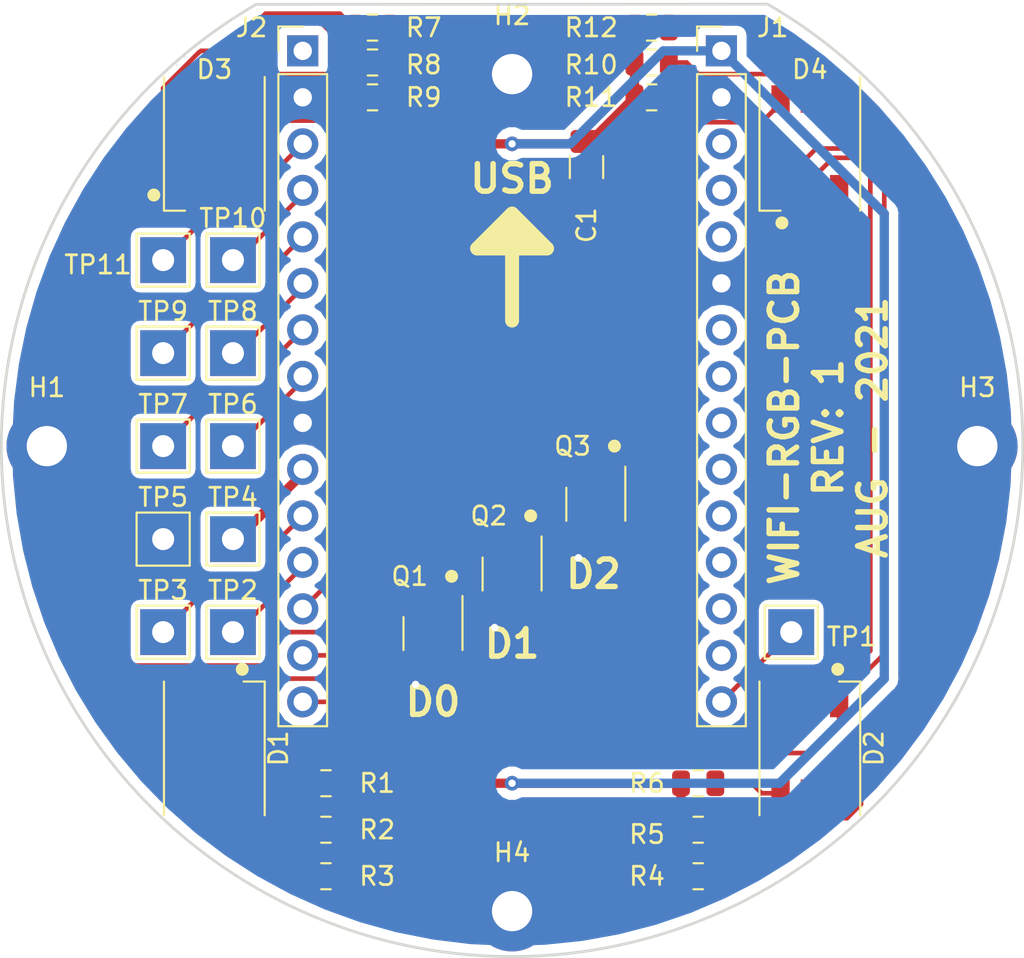
<source format=kicad_pcb>
(kicad_pcb (version 20171130) (host pcbnew 5.0.2+dfsg1-1)

  (general
    (thickness 1.6)
    (drawings 31)
    (tracks 279)
    (zones 0)
    (modules 37)
    (nets 43)
  )

  (page A4)
  (layers
    (0 F.Cu signal)
    (31 B.Cu signal hide)
    (32 B.Adhes user)
    (33 F.Adhes user)
    (34 B.Paste user)
    (35 F.Paste user)
    (36 B.SilkS user)
    (37 F.SilkS user)
    (38 B.Mask user)
    (39 F.Mask user)
    (40 Dwgs.User user)
    (41 Cmts.User user)
    (42 Eco1.User user)
    (43 Eco2.User user)
    (44 Edge.Cuts user)
    (45 Margin user)
    (46 B.CrtYd user)
    (47 F.CrtYd user)
    (48 B.Fab user hide)
    (49 F.Fab user hide)
  )

  (setup
    (last_trace_width 0.254)
    (trace_clearance 0.2032)
    (zone_clearance 0.508)
    (zone_45_only no)
    (trace_min 0.2)
    (segment_width 0.2)
    (edge_width 0.1)
    (via_size 0.8)
    (via_drill 0.4)
    (via_min_size 0.4)
    (via_min_drill 0.3)
    (uvia_size 0.3)
    (uvia_drill 0.1)
    (uvias_allowed no)
    (uvia_min_size 0.2)
    (uvia_min_drill 0.1)
    (pcb_text_width 0.3)
    (pcb_text_size 1.5 1.5)
    (mod_edge_width 0.15)
    (mod_text_size 1 1)
    (mod_text_width 0.15)
    (pad_size 1.5 1.5)
    (pad_drill 0.6)
    (pad_to_mask_clearance 0)
    (solder_mask_min_width 0.25)
    (aux_axis_origin 0 0)
    (grid_origin 96.52 90.17)
    (visible_elements FFFFFF7F)
    (pcbplotparams
      (layerselection 0x010fc_ffffffff)
      (usegerberextensions false)
      (usegerberattributes false)
      (usegerberadvancedattributes false)
      (creategerberjobfile false)
      (excludeedgelayer true)
      (linewidth 0.100000)
      (plotframeref false)
      (viasonmask false)
      (mode 1)
      (useauxorigin false)
      (hpglpennumber 1)
      (hpglpenspeed 20)
      (hpglpendiameter 15.000000)
      (psnegative false)
      (psa4output false)
      (plotreference true)
      (plotvalue true)
      (plotinvisibletext false)
      (padsonsilk false)
      (subtractmaskfromsilk false)
      (outputformat 1)
      (mirror false)
      (drillshape 0)
      (scaleselection 1)
      (outputdirectory "gerber/"))
  )

  (net 0 "")
  (net 1 /D7)
  (net 2 /TX)
  (net 3 /RX)
  (net 4 /D8)
  (net 5 /D6)
  (net 6 /D5)
  (net 7 GND)
  (net 8 /3V3)
  (net 9 /D4)
  (net 10 /D3)
  (net 11 /ADC0)
  (net 12 +5V)
  (net 13 "Net-(D3-Pad5)")
  (net 14 "Net-(D1-Pad6)")
  (net 15 "Net-(D1-Pad5)")
  (net 16 "Net-(D1-Pad4)")
  (net 17 "Net-(D2-Pad6)")
  (net 18 "Net-(D2-Pad5)")
  (net 19 "Net-(D2-Pad4)")
  (net 20 "Net-(D3-Pad4)")
  (net 21 "Net-(D4-Pad6)")
  (net 22 "Net-(D4-Pad5)")
  (net 23 "Net-(D4-Pad4)")
  (net 24 "Net-(D3-Pad6)")
  (net 25 "Net-(D1-Pad1)")
  (net 26 "Net-(D1-Pad2)")
  (net 27 "Net-(J1-Pad13)")
  (net 28 "Net-(J1-Pad12)")
  (net 29 "Net-(J1-Pad11)")
  (net 30 "Net-(J1-Pad9)")
  (net 31 "Net-(J1-Pad8)")
  (net 32 "Net-(J1-Pad7)")
  (net 33 "Net-(J1-Pad5)")
  (net 34 "Net-(J1-Pad4)")
  (net 35 "Net-(J1-Pad3)")
  (net 36 "Net-(J2-Pad1)")
  (net 37 "Net-(J1-Pad14)")
  (net 38 "Net-(J1-Pad10)")
  (net 39 "Net-(D1-Pad3)")
  (net 40 /D2)
  (net 41 /D1)
  (net 42 /D0)

  (net_class Default "This is the default net class."
    (clearance 0.2032)
    (trace_width 0.254)
    (via_dia 0.8)
    (via_drill 0.4)
    (uvia_dia 0.3)
    (uvia_drill 0.1)
    (add_net /ADC0)
    (add_net /D0)
    (add_net /D1)
    (add_net /D2)
    (add_net /D3)
    (add_net /D4)
    (add_net /D5)
    (add_net /D6)
    (add_net /D7)
    (add_net /D8)
    (add_net /RX)
    (add_net /TX)
    (add_net "Net-(D1-Pad1)")
    (add_net "Net-(D1-Pad2)")
    (add_net "Net-(D1-Pad3)")
    (add_net "Net-(D1-Pad4)")
    (add_net "Net-(D1-Pad5)")
    (add_net "Net-(D1-Pad6)")
    (add_net "Net-(D2-Pad4)")
    (add_net "Net-(D2-Pad5)")
    (add_net "Net-(D2-Pad6)")
    (add_net "Net-(D3-Pad4)")
    (add_net "Net-(D3-Pad5)")
    (add_net "Net-(D3-Pad6)")
    (add_net "Net-(D4-Pad4)")
    (add_net "Net-(D4-Pad5)")
    (add_net "Net-(D4-Pad6)")
    (add_net "Net-(J1-Pad10)")
    (add_net "Net-(J1-Pad11)")
    (add_net "Net-(J1-Pad12)")
    (add_net "Net-(J1-Pad13)")
    (add_net "Net-(J1-Pad14)")
    (add_net "Net-(J1-Pad3)")
    (add_net "Net-(J1-Pad4)")
    (add_net "Net-(J1-Pad5)")
    (add_net "Net-(J1-Pad7)")
    (add_net "Net-(J1-Pad8)")
    (add_net "Net-(J1-Pad9)")
    (add_net "Net-(J2-Pad1)")
  )

  (net_class Power ""
    (clearance 0.2032)
    (trace_width 0.508)
    (via_dia 0.8)
    (via_drill 0.4)
    (uvia_dia 0.3)
    (uvia_drill 0.1)
    (add_net +5V)
    (add_net /3V3)
    (add_net GND)
  )

  (module LED_SMD:LED_WS2812_PLCC6_5.0x5.0mm_P1.6mm (layer F.Cu) (tedit 5AA4B296) (tstamp 612DE37F)
    (at 112.776 73.66 90)
    (descr https://cdn-shop.adafruit.com/datasheets/WS2812.pdf)
    (tags "LED RGB NeoPixel")
    (path /6119BE67)
    (attr smd)
    (fp_text reference D4 (at 4.064 0 180) (layer F.SilkS)
      (effects (font (size 1 1) (thickness 0.15)))
    )
    (fp_text value LED_RGB (at 0 4 90) (layer F.Fab)
      (effects (font (size 1 1) (thickness 0.15)))
    )
    (fp_circle (center 0 0) (end 0 -2) (layer F.Fab) (width 0.1))
    (fp_line (start -3.65 -2.75) (end 3.65 -2.75) (layer F.SilkS) (width 0.12))
    (fp_line (start -3.65 -1.6) (end -3.65 -2.75) (layer F.SilkS) (width 0.12))
    (fp_line (start -3.65 2.75) (end 3.65 2.75) (layer F.SilkS) (width 0.12))
    (fp_line (start -2.5 2.5) (end -2.5 -2.5) (layer F.Fab) (width 0.1))
    (fp_line (start 2.5 2.5) (end -2.5 2.5) (layer F.Fab) (width 0.1))
    (fp_line (start 2.5 -2.5) (end 2.5 2.5) (layer F.Fab) (width 0.1))
    (fp_line (start -2.5 -2.5) (end 2.5 -2.5) (layer F.Fab) (width 0.1))
    (fp_line (start -2.5 -1.5) (end -1.5 -2.5) (layer F.Fab) (width 0.1))
    (fp_line (start -3.45 -2.75) (end -3.45 2.75) (layer F.CrtYd) (width 0.05))
    (fp_line (start -3.45 2.75) (end 3.45 2.75) (layer F.CrtYd) (width 0.05))
    (fp_line (start 3.45 2.75) (end 3.45 -2.75) (layer F.CrtYd) (width 0.05))
    (fp_line (start 3.45 -2.75) (end -3.45 -2.75) (layer F.CrtYd) (width 0.05))
    (fp_text user %R (at 0 0 90) (layer F.Fab)
      (effects (font (size 0.8 0.8) (thickness 0.15)))
    )
    (pad 1 smd rect (at -2.45 -1.6 90) (size 1.5 1) (layers F.Cu F.Paste F.Mask)
      (net 25 "Net-(D1-Pad1)"))
    (pad 2 smd rect (at -2.45 0 90) (size 1.5 1) (layers F.Cu F.Paste F.Mask)
      (net 26 "Net-(D1-Pad2)"))
    (pad 3 smd rect (at -2.45 1.6 90) (size 1.5 1) (layers F.Cu F.Paste F.Mask)
      (net 39 "Net-(D1-Pad3)"))
    (pad 6 smd rect (at 2.45 -1.6 90) (size 1.5 1) (layers F.Cu F.Paste F.Mask)
      (net 21 "Net-(D4-Pad6)"))
    (pad 5 smd rect (at 2.45 0 90) (size 1.5 1) (layers F.Cu F.Paste F.Mask)
      (net 22 "Net-(D4-Pad5)"))
    (pad 4 smd rect (at 2.45 1.6 90) (size 1.5 1) (layers F.Cu F.Paste F.Mask)
      (net 23 "Net-(D4-Pad4)"))
    (model ${KISYS3DMOD}/LED_SMD.3dshapes/LED_WS2812_PLCC6_5.0x5.0mm_P1.6mm.wrl
      (at (xyz 0 0 0))
      (scale (xyz 1 1 1))
      (rotate (xyz 0 0 0))
    )
  )

  (module LED_SMD:LED_WS2812_PLCC6_5.0x5.0mm_P1.6mm (layer F.Cu) (tedit 5AA4B296) (tstamp 612DE368)
    (at 80.264 73.66 90)
    (descr https://cdn-shop.adafruit.com/datasheets/WS2812.pdf)
    (tags "LED RGB NeoPixel")
    (path /6119BE19)
    (attr smd)
    (fp_text reference D3 (at 4.064 0 180) (layer F.SilkS)
      (effects (font (size 1 1) (thickness 0.15)))
    )
    (fp_text value LED_RGB (at 0 4 90) (layer F.Fab)
      (effects (font (size 1 1) (thickness 0.15)))
    )
    (fp_text user %R (at 0 0 90) (layer F.Fab)
      (effects (font (size 0.8 0.8) (thickness 0.15)))
    )
    (fp_line (start 3.45 -2.75) (end -3.45 -2.75) (layer F.CrtYd) (width 0.05))
    (fp_line (start 3.45 2.75) (end 3.45 -2.75) (layer F.CrtYd) (width 0.05))
    (fp_line (start -3.45 2.75) (end 3.45 2.75) (layer F.CrtYd) (width 0.05))
    (fp_line (start -3.45 -2.75) (end -3.45 2.75) (layer F.CrtYd) (width 0.05))
    (fp_line (start -2.5 -1.5) (end -1.5 -2.5) (layer F.Fab) (width 0.1))
    (fp_line (start -2.5 -2.5) (end 2.5 -2.5) (layer F.Fab) (width 0.1))
    (fp_line (start 2.5 -2.5) (end 2.5 2.5) (layer F.Fab) (width 0.1))
    (fp_line (start 2.5 2.5) (end -2.5 2.5) (layer F.Fab) (width 0.1))
    (fp_line (start -2.5 2.5) (end -2.5 -2.5) (layer F.Fab) (width 0.1))
    (fp_line (start -3.65 2.75) (end 3.65 2.75) (layer F.SilkS) (width 0.12))
    (fp_line (start -3.65 -1.6) (end -3.65 -2.75) (layer F.SilkS) (width 0.12))
    (fp_line (start -3.65 -2.75) (end 3.65 -2.75) (layer F.SilkS) (width 0.12))
    (fp_circle (center 0 0) (end 0 -2) (layer F.Fab) (width 0.1))
    (pad 4 smd rect (at 2.45 1.6 90) (size 1.5 1) (layers F.Cu F.Paste F.Mask)
      (net 20 "Net-(D3-Pad4)"))
    (pad 5 smd rect (at 2.45 0 90) (size 1.5 1) (layers F.Cu F.Paste F.Mask)
      (net 13 "Net-(D3-Pad5)"))
    (pad 6 smd rect (at 2.45 -1.6 90) (size 1.5 1) (layers F.Cu F.Paste F.Mask)
      (net 24 "Net-(D3-Pad6)"))
    (pad 3 smd rect (at -2.45 1.6 90) (size 1.5 1) (layers F.Cu F.Paste F.Mask)
      (net 39 "Net-(D1-Pad3)"))
    (pad 2 smd rect (at -2.45 0 90) (size 1.5 1) (layers F.Cu F.Paste F.Mask)
      (net 26 "Net-(D1-Pad2)"))
    (pad 1 smd rect (at -2.45 -1.6 90) (size 1.5 1) (layers F.Cu F.Paste F.Mask)
      (net 25 "Net-(D1-Pad1)"))
    (model ${KISYS3DMOD}/LED_SMD.3dshapes/LED_WS2812_PLCC6_5.0x5.0mm_P1.6mm.wrl
      (at (xyz 0 0 0))
      (scale (xyz 1 1 1))
      (rotate (xyz 0 0 0))
    )
  )

  (module LED_SMD:LED_WS2812_PLCC6_5.0x5.0mm_P1.6mm (layer F.Cu) (tedit 5AA4B296) (tstamp 612DE351)
    (at 112.776 106.68 270)
    (descr https://cdn-shop.adafruit.com/datasheets/WS2812.pdf)
    (tags "LED RGB NeoPixel")
    (path /6119BDDB)
    (attr smd)
    (fp_text reference D2 (at 0 -3.5 270) (layer F.SilkS)
      (effects (font (size 1 1) (thickness 0.15)))
    )
    (fp_text value LED_RGB (at 0 4 270) (layer F.Fab)
      (effects (font (size 1 1) (thickness 0.15)))
    )
    (fp_circle (center 0 0) (end 0 -2) (layer F.Fab) (width 0.1))
    (fp_line (start -3.65 -2.75) (end 3.65 -2.75) (layer F.SilkS) (width 0.12))
    (fp_line (start -3.65 -1.6) (end -3.65 -2.75) (layer F.SilkS) (width 0.12))
    (fp_line (start -3.65 2.75) (end 3.65 2.75) (layer F.SilkS) (width 0.12))
    (fp_line (start -2.5 2.5) (end -2.5 -2.5) (layer F.Fab) (width 0.1))
    (fp_line (start 2.5 2.5) (end -2.5 2.5) (layer F.Fab) (width 0.1))
    (fp_line (start 2.5 -2.5) (end 2.5 2.5) (layer F.Fab) (width 0.1))
    (fp_line (start -2.5 -2.5) (end 2.5 -2.5) (layer F.Fab) (width 0.1))
    (fp_line (start -2.5 -1.5) (end -1.5 -2.5) (layer F.Fab) (width 0.1))
    (fp_line (start -3.45 -2.75) (end -3.45 2.75) (layer F.CrtYd) (width 0.05))
    (fp_line (start -3.45 2.75) (end 3.45 2.75) (layer F.CrtYd) (width 0.05))
    (fp_line (start 3.45 2.75) (end 3.45 -2.75) (layer F.CrtYd) (width 0.05))
    (fp_line (start 3.45 -2.75) (end -3.45 -2.75) (layer F.CrtYd) (width 0.05))
    (fp_text user %R (at 0 0 270) (layer F.Fab)
      (effects (font (size 0.8 0.8) (thickness 0.15)))
    )
    (pad 1 smd rect (at -2.45 -1.6 270) (size 1.5 1) (layers F.Cu F.Paste F.Mask)
      (net 25 "Net-(D1-Pad1)"))
    (pad 2 smd rect (at -2.45 0 270) (size 1.5 1) (layers F.Cu F.Paste F.Mask)
      (net 26 "Net-(D1-Pad2)"))
    (pad 3 smd rect (at -2.45 1.6 270) (size 1.5 1) (layers F.Cu F.Paste F.Mask)
      (net 39 "Net-(D1-Pad3)"))
    (pad 6 smd rect (at 2.45 -1.6 270) (size 1.5 1) (layers F.Cu F.Paste F.Mask)
      (net 17 "Net-(D2-Pad6)"))
    (pad 5 smd rect (at 2.45 0 270) (size 1.5 1) (layers F.Cu F.Paste F.Mask)
      (net 18 "Net-(D2-Pad5)"))
    (pad 4 smd rect (at 2.45 1.6 270) (size 1.5 1) (layers F.Cu F.Paste F.Mask)
      (net 19 "Net-(D2-Pad4)"))
    (model ${KISYS3DMOD}/LED_SMD.3dshapes/LED_WS2812_PLCC6_5.0x5.0mm_P1.6mm.wrl
      (at (xyz 0 0 0))
      (scale (xyz 1 1 1))
      (rotate (xyz 0 0 0))
    )
  )

  (module LED_SMD:LED_WS2812_PLCC6_5.0x5.0mm_P1.6mm (layer F.Cu) (tedit 5AA4B296) (tstamp 612DE33A)
    (at 80.264 106.68 270)
    (descr https://cdn-shop.adafruit.com/datasheets/WS2812.pdf)
    (tags "LED RGB NeoPixel")
    (path /6119BD29)
    (attr smd)
    (fp_text reference D1 (at 0 -3.5 270) (layer F.SilkS)
      (effects (font (size 1 1) (thickness 0.15)))
    )
    (fp_text value LED_RGB (at 0 4 270) (layer F.Fab)
      (effects (font (size 1 1) (thickness 0.15)))
    )
    (fp_text user %R (at 0 0 270) (layer F.Fab)
      (effects (font (size 0.8 0.8) (thickness 0.15)))
    )
    (fp_line (start 3.45 -2.75) (end -3.45 -2.75) (layer F.CrtYd) (width 0.05))
    (fp_line (start 3.45 2.75) (end 3.45 -2.75) (layer F.CrtYd) (width 0.05))
    (fp_line (start -3.45 2.75) (end 3.45 2.75) (layer F.CrtYd) (width 0.05))
    (fp_line (start -3.45 -2.75) (end -3.45 2.75) (layer F.CrtYd) (width 0.05))
    (fp_line (start -2.5 -1.5) (end -1.5 -2.5) (layer F.Fab) (width 0.1))
    (fp_line (start -2.5 -2.5) (end 2.5 -2.5) (layer F.Fab) (width 0.1))
    (fp_line (start 2.5 -2.5) (end 2.5 2.5) (layer F.Fab) (width 0.1))
    (fp_line (start 2.5 2.5) (end -2.5 2.5) (layer F.Fab) (width 0.1))
    (fp_line (start -2.5 2.5) (end -2.5 -2.5) (layer F.Fab) (width 0.1))
    (fp_line (start -3.65 2.75) (end 3.65 2.75) (layer F.SilkS) (width 0.12))
    (fp_line (start -3.65 -1.6) (end -3.65 -2.75) (layer F.SilkS) (width 0.12))
    (fp_line (start -3.65 -2.75) (end 3.65 -2.75) (layer F.SilkS) (width 0.12))
    (fp_circle (center 0 0) (end 0 -2) (layer F.Fab) (width 0.1))
    (pad 4 smd rect (at 2.45 1.6 270) (size 1.5 1) (layers F.Cu F.Paste F.Mask)
      (net 16 "Net-(D1-Pad4)"))
    (pad 5 smd rect (at 2.45 0 270) (size 1.5 1) (layers F.Cu F.Paste F.Mask)
      (net 15 "Net-(D1-Pad5)"))
    (pad 6 smd rect (at 2.45 -1.6 270) (size 1.5 1) (layers F.Cu F.Paste F.Mask)
      (net 14 "Net-(D1-Pad6)"))
    (pad 3 smd rect (at -2.45 1.6 270) (size 1.5 1) (layers F.Cu F.Paste F.Mask)
      (net 39 "Net-(D1-Pad3)"))
    (pad 2 smd rect (at -2.45 0 270) (size 1.5 1) (layers F.Cu F.Paste F.Mask)
      (net 26 "Net-(D1-Pad2)"))
    (pad 1 smd rect (at -2.45 -1.6 270) (size 1.5 1) (layers F.Cu F.Paste F.Mask)
      (net 25 "Net-(D1-Pad1)"))
    (model ${KISYS3DMOD}/LED_SMD.3dshapes/LED_WS2812_PLCC6_5.0x5.0mm_P1.6mm.wrl
      (at (xyz 0 0 0))
      (scale (xyz 1 1 1))
      (rotate (xyz 0 0 0))
    )
  )

  (module MountingHole:MountingHole_2.2mm_M2_Pad (layer F.Cu) (tedit 56D1B4CB) (tstamp 611EC059)
    (at 96.52 115.57)
    (descr "Mounting Hole 2.2mm, M2")
    (tags "mounting hole 2.2mm m2")
    (path /611EFD5C)
    (attr virtual)
    (fp_text reference H4 (at 0 -3.2) (layer F.SilkS)
      (effects (font (size 1 1) (thickness 0.15)))
    )
    (fp_text value MountingHole_Pad (at 0 3.2) (layer F.Fab)
      (effects (font (size 1 1) (thickness 0.15)))
    )
    (fp_text user %R (at 0.3 0) (layer F.Fab)
      (effects (font (size 1 1) (thickness 0.15)))
    )
    (fp_circle (center 0 0) (end 2.2 0) (layer Cmts.User) (width 0.15))
    (fp_circle (center 0 0) (end 2.45 0) (layer F.CrtYd) (width 0.05))
    (pad 1 thru_hole circle (at 0 0) (size 4.4 4.4) (drill 2.2) (layers *.Cu *.Mask)
      (net 7 GND))
  )

  (module MountingHole:MountingHole_2.2mm_M2_Pad (layer F.Cu) (tedit 56D1B4CB) (tstamp 612A3BA5)
    (at 96.52 69.85)
    (descr "Mounting Hole 2.2mm, M2")
    (tags "mounting hole 2.2mm m2")
    (path /611DCDA7)
    (attr virtual)
    (fp_text reference H2 (at 0 -3.2) (layer F.SilkS)
      (effects (font (size 1 1) (thickness 0.15)))
    )
    (fp_text value MountingHole_Pad (at 0 3.2) (layer F.Fab)
      (effects (font (size 1 1) (thickness 0.15)))
    )
    (fp_text user %R (at 0.3 0) (layer F.Fab)
      (effects (font (size 1 1) (thickness 0.15)))
    )
    (fp_circle (center 0 0) (end 2.2 0) (layer Cmts.User) (width 0.15))
    (fp_circle (center 0 0) (end 2.45 0) (layer F.CrtYd) (width 0.05))
    (pad 1 thru_hole circle (at 0 0) (size 4.4 4.4) (drill 2.2) (layers *.Cu *.Mask)
      (net 7 GND))
  )

  (module MountingHole:MountingHole_2.2mm_M2_Pad (layer F.Cu) (tedit 56D1B4CB) (tstamp 612A3B9E)
    (at 71.12 90.17)
    (descr "Mounting Hole 2.2mm, M2")
    (tags "mounting hole 2.2mm m2")
    (path /611DE6E9)
    (attr virtual)
    (fp_text reference H1 (at 0 -3.2) (layer F.SilkS)
      (effects (font (size 1 1) (thickness 0.15)))
    )
    (fp_text value MountingHole_Pad (at 0 3.2) (layer F.Fab)
      (effects (font (size 1 1) (thickness 0.15)))
    )
    (fp_circle (center 0 0) (end 2.45 0) (layer F.CrtYd) (width 0.05))
    (fp_circle (center 0 0) (end 2.2 0) (layer Cmts.User) (width 0.15))
    (fp_text user %R (at 0.3 0) (layer F.Fab)
      (effects (font (size 1 1) (thickness 0.15)))
    )
    (pad 1 thru_hole circle (at 0 0) (size 4.4 4.4) (drill 2.2) (layers *.Cu *.Mask)
      (net 7 GND))
  )

  (module MountingHole:MountingHole_2.2mm_M2_Pad locked (layer F.Cu) (tedit 56D1B4CB) (tstamp 612A3B97)
    (at 121.92 90.17)
    (descr "Mounting Hole 2.2mm, M2")
    (tags "mounting hole 2.2mm m2")
    (path /611DFEA5)
    (attr virtual)
    (fp_text reference H3 (at 0 -3.2) (layer F.SilkS)
      (effects (font (size 1 1) (thickness 0.15)))
    )
    (fp_text value MountingHole_Pad (at 0 3.2) (layer F.Fab)
      (effects (font (size 1 1) (thickness 0.15)))
    )
    (fp_text user %R (at 0.3 0) (layer F.Fab)
      (effects (font (size 1 1) (thickness 0.15)))
    )
    (fp_circle (center 0 0) (end 2.2 0) (layer Cmts.User) (width 0.15))
    (fp_circle (center 0 0) (end 2.45 0) (layer F.CrtYd) (width 0.05))
    (pad 1 thru_hole circle (at 0 0) (size 4.4 4.4) (drill 2.2) (layers *.Cu *.Mask)
      (net 7 GND))
  )

  (module Resistor_SMD:R_0805_2012Metric (layer F.Cu) (tedit 5B36C52B) (tstamp 612A3DB3)
    (at 88.9 67.31 180)
    (descr "Resistor SMD 0805 (2012 Metric), square (rectangular) end terminal, IPC_7351 nominal, (Body size source: https://docs.google.com/spreadsheets/d/1BsfQQcO9C6DZCsRaXUlFlo91Tg2WpOkGARC1WS5S8t0/edit?usp=sharing), generated with kicad-footprint-generator")
    (tags resistor)
    (path /611A2BA8)
    (attr smd)
    (fp_text reference R7 (at -2.794 0 180) (layer F.SilkS)
      (effects (font (size 1 1) (thickness 0.15)))
    )
    (fp_text value 100 (at 0 1.65 180) (layer F.Fab)
      (effects (font (size 1 1) (thickness 0.15)))
    )
    (fp_text user %R (at 0 0 180) (layer F.Fab)
      (effects (font (size 0.5 0.5) (thickness 0.08)))
    )
    (fp_line (start 1.68 0.95) (end -1.68 0.95) (layer F.CrtYd) (width 0.05))
    (fp_line (start 1.68 -0.95) (end 1.68 0.95) (layer F.CrtYd) (width 0.05))
    (fp_line (start -1.68 -0.95) (end 1.68 -0.95) (layer F.CrtYd) (width 0.05))
    (fp_line (start -1.68 0.95) (end -1.68 -0.95) (layer F.CrtYd) (width 0.05))
    (fp_line (start -0.258578 0.71) (end 0.258578 0.71) (layer F.SilkS) (width 0.12))
    (fp_line (start -0.258578 -0.71) (end 0.258578 -0.71) (layer F.SilkS) (width 0.12))
    (fp_line (start 1 0.6) (end -1 0.6) (layer F.Fab) (width 0.1))
    (fp_line (start 1 -0.6) (end 1 0.6) (layer F.Fab) (width 0.1))
    (fp_line (start -1 -0.6) (end 1 -0.6) (layer F.Fab) (width 0.1))
    (fp_line (start -1 0.6) (end -1 -0.6) (layer F.Fab) (width 0.1))
    (pad 2 smd roundrect (at 0.9375 0 180) (size 0.975 1.4) (layers F.Cu F.Paste F.Mask) (roundrect_rratio 0.25)
      (net 13 "Net-(D3-Pad5)"))
    (pad 1 smd roundrect (at -0.9375 0 180) (size 0.975 1.4) (layers F.Cu F.Paste F.Mask) (roundrect_rratio 0.25)
      (net 12 +5V))
    (model ${KISYS3DMOD}/Resistor_SMD.3dshapes/R_0805_2012Metric.wrl
      (at (xyz 0 0 0))
      (scale (xyz 1 1 1))
      (rotate (xyz 0 0 0))
    )
  )

  (module Resistor_SMD:R_0805_2012Metric (layer F.Cu) (tedit 5B36C52B) (tstamp 612A3DA3)
    (at 104.14 67.31)
    (descr "Resistor SMD 0805 (2012 Metric), square (rectangular) end terminal, IPC_7351 nominal, (Body size source: https://docs.google.com/spreadsheets/d/1BsfQQcO9C6DZCsRaXUlFlo91Tg2WpOkGARC1WS5S8t0/edit?usp=sharing), generated with kicad-footprint-generator")
    (tags resistor)
    (path /611A3BCC)
    (attr smd)
    (fp_text reference R12 (at -3.302 0) (layer F.SilkS)
      (effects (font (size 1 1) (thickness 0.15)))
    )
    (fp_text value 59 (at 0 1.65) (layer F.Fab)
      (effects (font (size 1 1) (thickness 0.15)))
    )
    (fp_line (start -1 0.6) (end -1 -0.6) (layer F.Fab) (width 0.1))
    (fp_line (start -1 -0.6) (end 1 -0.6) (layer F.Fab) (width 0.1))
    (fp_line (start 1 -0.6) (end 1 0.6) (layer F.Fab) (width 0.1))
    (fp_line (start 1 0.6) (end -1 0.6) (layer F.Fab) (width 0.1))
    (fp_line (start -0.258578 -0.71) (end 0.258578 -0.71) (layer F.SilkS) (width 0.12))
    (fp_line (start -0.258578 0.71) (end 0.258578 0.71) (layer F.SilkS) (width 0.12))
    (fp_line (start -1.68 0.95) (end -1.68 -0.95) (layer F.CrtYd) (width 0.05))
    (fp_line (start -1.68 -0.95) (end 1.68 -0.95) (layer F.CrtYd) (width 0.05))
    (fp_line (start 1.68 -0.95) (end 1.68 0.95) (layer F.CrtYd) (width 0.05))
    (fp_line (start 1.68 0.95) (end -1.68 0.95) (layer F.CrtYd) (width 0.05))
    (fp_text user %R (at 0 0) (layer F.Fab)
      (effects (font (size 0.5 0.5) (thickness 0.08)))
    )
    (pad 1 smd roundrect (at -0.9375 0) (size 0.975 1.4) (layers F.Cu F.Paste F.Mask) (roundrect_rratio 0.25)
      (net 12 +5V))
    (pad 2 smd roundrect (at 0.9375 0) (size 0.975 1.4) (layers F.Cu F.Paste F.Mask) (roundrect_rratio 0.25)
      (net 23 "Net-(D4-Pad4)"))
    (model ${KISYS3DMOD}/Resistor_SMD.3dshapes/R_0805_2012Metric.wrl
      (at (xyz 0 0 0))
      (scale (xyz 1 1 1))
      (rotate (xyz 0 0 0))
    )
  )

  (module Resistor_SMD:R_0805_2012Metric (layer F.Cu) (tedit 5B36C52B) (tstamp 612A3D93)
    (at 104.14 71.12)
    (descr "Resistor SMD 0805 (2012 Metric), square (rectangular) end terminal, IPC_7351 nominal, (Body size source: https://docs.google.com/spreadsheets/d/1BsfQQcO9C6DZCsRaXUlFlo91Tg2WpOkGARC1WS5S8t0/edit?usp=sharing), generated with kicad-footprint-generator")
    (tags resistor)
    (path /611A3BBE)
    (attr smd)
    (fp_text reference R11 (at -3.302 0) (layer F.SilkS)
      (effects (font (size 1 1) (thickness 0.15)))
    )
    (fp_text value 59 (at 0 1.65) (layer F.Fab)
      (effects (font (size 1 1) (thickness 0.15)))
    )
    (fp_text user %R (at 0 0) (layer F.Fab)
      (effects (font (size 0.5 0.5) (thickness 0.08)))
    )
    (fp_line (start 1.68 0.95) (end -1.68 0.95) (layer F.CrtYd) (width 0.05))
    (fp_line (start 1.68 -0.95) (end 1.68 0.95) (layer F.CrtYd) (width 0.05))
    (fp_line (start -1.68 -0.95) (end 1.68 -0.95) (layer F.CrtYd) (width 0.05))
    (fp_line (start -1.68 0.95) (end -1.68 -0.95) (layer F.CrtYd) (width 0.05))
    (fp_line (start -0.258578 0.71) (end 0.258578 0.71) (layer F.SilkS) (width 0.12))
    (fp_line (start -0.258578 -0.71) (end 0.258578 -0.71) (layer F.SilkS) (width 0.12))
    (fp_line (start 1 0.6) (end -1 0.6) (layer F.Fab) (width 0.1))
    (fp_line (start 1 -0.6) (end 1 0.6) (layer F.Fab) (width 0.1))
    (fp_line (start -1 -0.6) (end 1 -0.6) (layer F.Fab) (width 0.1))
    (fp_line (start -1 0.6) (end -1 -0.6) (layer F.Fab) (width 0.1))
    (pad 2 smd roundrect (at 0.9375 0) (size 0.975 1.4) (layers F.Cu F.Paste F.Mask) (roundrect_rratio 0.25)
      (net 21 "Net-(D4-Pad6)"))
    (pad 1 smd roundrect (at -0.9375 0) (size 0.975 1.4) (layers F.Cu F.Paste F.Mask) (roundrect_rratio 0.25)
      (net 12 +5V))
    (model ${KISYS3DMOD}/Resistor_SMD.3dshapes/R_0805_2012Metric.wrl
      (at (xyz 0 0 0))
      (scale (xyz 1 1 1))
      (rotate (xyz 0 0 0))
    )
  )

  (module Resistor_SMD:R_0805_2012Metric (layer F.Cu) (tedit 5B36C52B) (tstamp 612A3D83)
    (at 104.14 69.215)
    (descr "Resistor SMD 0805 (2012 Metric), square (rectangular) end terminal, IPC_7351 nominal, (Body size source: https://docs.google.com/spreadsheets/d/1BsfQQcO9C6DZCsRaXUlFlo91Tg2WpOkGARC1WS5S8t0/edit?usp=sharing), generated with kicad-footprint-generator")
    (tags resistor)
    (path /611A3BB7)
    (attr smd)
    (fp_text reference R10 (at -3.302 0.127) (layer F.SilkS)
      (effects (font (size 1 1) (thickness 0.15)))
    )
    (fp_text value 100 (at 0 1.65) (layer F.Fab)
      (effects (font (size 1 1) (thickness 0.15)))
    )
    (fp_line (start -1 0.6) (end -1 -0.6) (layer F.Fab) (width 0.1))
    (fp_line (start -1 -0.6) (end 1 -0.6) (layer F.Fab) (width 0.1))
    (fp_line (start 1 -0.6) (end 1 0.6) (layer F.Fab) (width 0.1))
    (fp_line (start 1 0.6) (end -1 0.6) (layer F.Fab) (width 0.1))
    (fp_line (start -0.258578 -0.71) (end 0.258578 -0.71) (layer F.SilkS) (width 0.12))
    (fp_line (start -0.258578 0.71) (end 0.258578 0.71) (layer F.SilkS) (width 0.12))
    (fp_line (start -1.68 0.95) (end -1.68 -0.95) (layer F.CrtYd) (width 0.05))
    (fp_line (start -1.68 -0.95) (end 1.68 -0.95) (layer F.CrtYd) (width 0.05))
    (fp_line (start 1.68 -0.95) (end 1.68 0.95) (layer F.CrtYd) (width 0.05))
    (fp_line (start 1.68 0.95) (end -1.68 0.95) (layer F.CrtYd) (width 0.05))
    (fp_text user %R (at 0 0) (layer F.Fab)
      (effects (font (size 0.5 0.5) (thickness 0.08)))
    )
    (pad 1 smd roundrect (at -0.9375 0) (size 0.975 1.4) (layers F.Cu F.Paste F.Mask) (roundrect_rratio 0.25)
      (net 12 +5V))
    (pad 2 smd roundrect (at 0.9375 0) (size 0.975 1.4) (layers F.Cu F.Paste F.Mask) (roundrect_rratio 0.25)
      (net 22 "Net-(D4-Pad5)"))
    (model ${KISYS3DMOD}/Resistor_SMD.3dshapes/R_0805_2012Metric.wrl
      (at (xyz 0 0 0))
      (scale (xyz 1 1 1))
      (rotate (xyz 0 0 0))
    )
  )

  (module Resistor_SMD:R_0805_2012Metric (layer F.Cu) (tedit 5B36C52B) (tstamp 612A3D73)
    (at 88.9 71.12 180)
    (descr "Resistor SMD 0805 (2012 Metric), square (rectangular) end terminal, IPC_7351 nominal, (Body size source: https://docs.google.com/spreadsheets/d/1BsfQQcO9C6DZCsRaXUlFlo91Tg2WpOkGARC1WS5S8t0/edit?usp=sharing), generated with kicad-footprint-generator")
    (tags resistor)
    (path /611A2BBD)
    (attr smd)
    (fp_text reference R9 (at -2.794 0 180) (layer F.SilkS)
      (effects (font (size 1 1) (thickness 0.15)))
    )
    (fp_text value 59 (at 0 1.65 180) (layer F.Fab)
      (effects (font (size 1 1) (thickness 0.15)))
    )
    (fp_text user %R (at 0 0 180) (layer F.Fab)
      (effects (font (size 0.5 0.5) (thickness 0.08)))
    )
    (fp_line (start 1.68 0.95) (end -1.68 0.95) (layer F.CrtYd) (width 0.05))
    (fp_line (start 1.68 -0.95) (end 1.68 0.95) (layer F.CrtYd) (width 0.05))
    (fp_line (start -1.68 -0.95) (end 1.68 -0.95) (layer F.CrtYd) (width 0.05))
    (fp_line (start -1.68 0.95) (end -1.68 -0.95) (layer F.CrtYd) (width 0.05))
    (fp_line (start -0.258578 0.71) (end 0.258578 0.71) (layer F.SilkS) (width 0.12))
    (fp_line (start -0.258578 -0.71) (end 0.258578 -0.71) (layer F.SilkS) (width 0.12))
    (fp_line (start 1 0.6) (end -1 0.6) (layer F.Fab) (width 0.1))
    (fp_line (start 1 -0.6) (end 1 0.6) (layer F.Fab) (width 0.1))
    (fp_line (start -1 -0.6) (end 1 -0.6) (layer F.Fab) (width 0.1))
    (fp_line (start -1 0.6) (end -1 -0.6) (layer F.Fab) (width 0.1))
    (pad 2 smd roundrect (at 0.9375 0 180) (size 0.975 1.4) (layers F.Cu F.Paste F.Mask) (roundrect_rratio 0.25)
      (net 20 "Net-(D3-Pad4)"))
    (pad 1 smd roundrect (at -0.9375 0 180) (size 0.975 1.4) (layers F.Cu F.Paste F.Mask) (roundrect_rratio 0.25)
      (net 12 +5V))
    (model ${KISYS3DMOD}/Resistor_SMD.3dshapes/R_0805_2012Metric.wrl
      (at (xyz 0 0 0))
      (scale (xyz 1 1 1))
      (rotate (xyz 0 0 0))
    )
  )

  (module Resistor_SMD:R_0805_2012Metric (layer F.Cu) (tedit 5B36C52B) (tstamp 612A3D63)
    (at 106.68 108.585)
    (descr "Resistor SMD 0805 (2012 Metric), square (rectangular) end terminal, IPC_7351 nominal, (Body size source: https://docs.google.com/spreadsheets/d/1BsfQQcO9C6DZCsRaXUlFlo91Tg2WpOkGARC1WS5S8t0/edit?usp=sharing), generated with kicad-footprint-generator")
    (tags resistor)
    (path /611A1A06)
    (attr smd)
    (fp_text reference R6 (at -2.794 0) (layer F.SilkS)
      (effects (font (size 1 1) (thickness 0.15)))
    )
    (fp_text value 59 (at 0 1.65) (layer F.Fab)
      (effects (font (size 1 1) (thickness 0.15)))
    )
    (fp_line (start -1 0.6) (end -1 -0.6) (layer F.Fab) (width 0.1))
    (fp_line (start -1 -0.6) (end 1 -0.6) (layer F.Fab) (width 0.1))
    (fp_line (start 1 -0.6) (end 1 0.6) (layer F.Fab) (width 0.1))
    (fp_line (start 1 0.6) (end -1 0.6) (layer F.Fab) (width 0.1))
    (fp_line (start -0.258578 -0.71) (end 0.258578 -0.71) (layer F.SilkS) (width 0.12))
    (fp_line (start -0.258578 0.71) (end 0.258578 0.71) (layer F.SilkS) (width 0.12))
    (fp_line (start -1.68 0.95) (end -1.68 -0.95) (layer F.CrtYd) (width 0.05))
    (fp_line (start -1.68 -0.95) (end 1.68 -0.95) (layer F.CrtYd) (width 0.05))
    (fp_line (start 1.68 -0.95) (end 1.68 0.95) (layer F.CrtYd) (width 0.05))
    (fp_line (start 1.68 0.95) (end -1.68 0.95) (layer F.CrtYd) (width 0.05))
    (fp_text user %R (at 0 0) (layer F.Fab)
      (effects (font (size 0.5 0.5) (thickness 0.08)))
    )
    (pad 1 smd roundrect (at -0.9375 0) (size 0.975 1.4) (layers F.Cu F.Paste F.Mask) (roundrect_rratio 0.25)
      (net 12 +5V))
    (pad 2 smd roundrect (at 0.9375 0) (size 0.975 1.4) (layers F.Cu F.Paste F.Mask) (roundrect_rratio 0.25)
      (net 19 "Net-(D2-Pad4)"))
    (model ${KISYS3DMOD}/Resistor_SMD.3dshapes/R_0805_2012Metric.wrl
      (at (xyz 0 0 0))
      (scale (xyz 1 1 1))
      (rotate (xyz 0 0 0))
    )
  )

  (module Resistor_SMD:R_0805_2012Metric (layer F.Cu) (tedit 5B36C52B) (tstamp 612A633B)
    (at 106.68 111.125)
    (descr "Resistor SMD 0805 (2012 Metric), square (rectangular) end terminal, IPC_7351 nominal, (Body size source: https://docs.google.com/spreadsheets/d/1BsfQQcO9C6DZCsRaXUlFlo91Tg2WpOkGARC1WS5S8t0/edit?usp=sharing), generated with kicad-footprint-generator")
    (tags resistor)
    (path /611A19F8)
    (attr smd)
    (fp_text reference R5 (at -2.794 0.254) (layer F.SilkS)
      (effects (font (size 1 1) (thickness 0.15)))
    )
    (fp_text value 59 (at 0 1.65) (layer F.Fab)
      (effects (font (size 1 1) (thickness 0.15)))
    )
    (fp_text user %R (at 0 0) (layer F.Fab)
      (effects (font (size 0.5 0.5) (thickness 0.08)))
    )
    (fp_line (start 1.68 0.95) (end -1.68 0.95) (layer F.CrtYd) (width 0.05))
    (fp_line (start 1.68 -0.95) (end 1.68 0.95) (layer F.CrtYd) (width 0.05))
    (fp_line (start -1.68 -0.95) (end 1.68 -0.95) (layer F.CrtYd) (width 0.05))
    (fp_line (start -1.68 0.95) (end -1.68 -0.95) (layer F.CrtYd) (width 0.05))
    (fp_line (start -0.258578 0.71) (end 0.258578 0.71) (layer F.SilkS) (width 0.12))
    (fp_line (start -0.258578 -0.71) (end 0.258578 -0.71) (layer F.SilkS) (width 0.12))
    (fp_line (start 1 0.6) (end -1 0.6) (layer F.Fab) (width 0.1))
    (fp_line (start 1 -0.6) (end 1 0.6) (layer F.Fab) (width 0.1))
    (fp_line (start -1 -0.6) (end 1 -0.6) (layer F.Fab) (width 0.1))
    (fp_line (start -1 0.6) (end -1 -0.6) (layer F.Fab) (width 0.1))
    (pad 2 smd roundrect (at 0.9375 0) (size 0.975 1.4) (layers F.Cu F.Paste F.Mask) (roundrect_rratio 0.25)
      (net 17 "Net-(D2-Pad6)"))
    (pad 1 smd roundrect (at -0.9375 0) (size 0.975 1.4) (layers F.Cu F.Paste F.Mask) (roundrect_rratio 0.25)
      (net 12 +5V))
    (model ${KISYS3DMOD}/Resistor_SMD.3dshapes/R_0805_2012Metric.wrl
      (at (xyz 0 0 0))
      (scale (xyz 1 1 1))
      (rotate (xyz 0 0 0))
    )
  )

  (module Resistor_SMD:R_0805_2012Metric (layer F.Cu) (tedit 5B36C52B) (tstamp 612A3D43)
    (at 106.68 113.665)
    (descr "Resistor SMD 0805 (2012 Metric), square (rectangular) end terminal, IPC_7351 nominal, (Body size source: https://docs.google.com/spreadsheets/d/1BsfQQcO9C6DZCsRaXUlFlo91Tg2WpOkGARC1WS5S8t0/edit?usp=sharing), generated with kicad-footprint-generator")
    (tags resistor)
    (path /611A19F1)
    (attr smd)
    (fp_text reference R4 (at -2.794 0) (layer F.SilkS)
      (effects (font (size 1 1) (thickness 0.15)))
    )
    (fp_text value 100 (at 0 1.65) (layer F.Fab)
      (effects (font (size 1 1) (thickness 0.15)))
    )
    (fp_line (start -1 0.6) (end -1 -0.6) (layer F.Fab) (width 0.1))
    (fp_line (start -1 -0.6) (end 1 -0.6) (layer F.Fab) (width 0.1))
    (fp_line (start 1 -0.6) (end 1 0.6) (layer F.Fab) (width 0.1))
    (fp_line (start 1 0.6) (end -1 0.6) (layer F.Fab) (width 0.1))
    (fp_line (start -0.258578 -0.71) (end 0.258578 -0.71) (layer F.SilkS) (width 0.12))
    (fp_line (start -0.258578 0.71) (end 0.258578 0.71) (layer F.SilkS) (width 0.12))
    (fp_line (start -1.68 0.95) (end -1.68 -0.95) (layer F.CrtYd) (width 0.05))
    (fp_line (start -1.68 -0.95) (end 1.68 -0.95) (layer F.CrtYd) (width 0.05))
    (fp_line (start 1.68 -0.95) (end 1.68 0.95) (layer F.CrtYd) (width 0.05))
    (fp_line (start 1.68 0.95) (end -1.68 0.95) (layer F.CrtYd) (width 0.05))
    (fp_text user %R (at 0 0) (layer F.Fab)
      (effects (font (size 0.5 0.5) (thickness 0.08)))
    )
    (pad 1 smd roundrect (at -0.9375 0) (size 0.975 1.4) (layers F.Cu F.Paste F.Mask) (roundrect_rratio 0.25)
      (net 12 +5V))
    (pad 2 smd roundrect (at 0.9375 0) (size 0.975 1.4) (layers F.Cu F.Paste F.Mask) (roundrect_rratio 0.25)
      (net 18 "Net-(D2-Pad5)"))
    (model ${KISYS3DMOD}/Resistor_SMD.3dshapes/R_0805_2012Metric.wrl
      (at (xyz 0 0 0))
      (scale (xyz 1 1 1))
      (rotate (xyz 0 0 0))
    )
  )

  (module Resistor_SMD:R_0805_2012Metric (layer F.Cu) (tedit 5B36C52B) (tstamp 612A3D33)
    (at 86.36 113.665 180)
    (descr "Resistor SMD 0805 (2012 Metric), square (rectangular) end terminal, IPC_7351 nominal, (Body size source: https://docs.google.com/spreadsheets/d/1BsfQQcO9C6DZCsRaXUlFlo91Tg2WpOkGARC1WS5S8t0/edit?usp=sharing), generated with kicad-footprint-generator")
    (tags resistor)
    (path /6119F16B)
    (attr smd)
    (fp_text reference R3 (at -2.794 0 180) (layer F.SilkS)
      (effects (font (size 1 1) (thickness 0.15)))
    )
    (fp_text value 59 (at 0 1.65 180) (layer F.Fab)
      (effects (font (size 1 1) (thickness 0.15)))
    )
    (fp_text user %R (at 0 0 180) (layer F.Fab)
      (effects (font (size 0.5 0.5) (thickness 0.08)))
    )
    (fp_line (start 1.68 0.95) (end -1.68 0.95) (layer F.CrtYd) (width 0.05))
    (fp_line (start 1.68 -0.95) (end 1.68 0.95) (layer F.CrtYd) (width 0.05))
    (fp_line (start -1.68 -0.95) (end 1.68 -0.95) (layer F.CrtYd) (width 0.05))
    (fp_line (start -1.68 0.95) (end -1.68 -0.95) (layer F.CrtYd) (width 0.05))
    (fp_line (start -0.258578 0.71) (end 0.258578 0.71) (layer F.SilkS) (width 0.12))
    (fp_line (start -0.258578 -0.71) (end 0.258578 -0.71) (layer F.SilkS) (width 0.12))
    (fp_line (start 1 0.6) (end -1 0.6) (layer F.Fab) (width 0.1))
    (fp_line (start 1 -0.6) (end 1 0.6) (layer F.Fab) (width 0.1))
    (fp_line (start -1 -0.6) (end 1 -0.6) (layer F.Fab) (width 0.1))
    (fp_line (start -1 0.6) (end -1 -0.6) (layer F.Fab) (width 0.1))
    (pad 2 smd roundrect (at 0.9375 0 180) (size 0.975 1.4) (layers F.Cu F.Paste F.Mask) (roundrect_rratio 0.25)
      (net 16 "Net-(D1-Pad4)"))
    (pad 1 smd roundrect (at -0.9375 0 180) (size 0.975 1.4) (layers F.Cu F.Paste F.Mask) (roundrect_rratio 0.25)
      (net 12 +5V))
    (model ${KISYS3DMOD}/Resistor_SMD.3dshapes/R_0805_2012Metric.wrl
      (at (xyz 0 0 0))
      (scale (xyz 1 1 1))
      (rotate (xyz 0 0 0))
    )
  )

  (module Resistor_SMD:R_0805_2012Metric (layer F.Cu) (tedit 5B36C52B) (tstamp 612A3D23)
    (at 86.36 111.125 180)
    (descr "Resistor SMD 0805 (2012 Metric), square (rectangular) end terminal, IPC_7351 nominal, (Body size source: https://docs.google.com/spreadsheets/d/1BsfQQcO9C6DZCsRaXUlFlo91Tg2WpOkGARC1WS5S8t0/edit?usp=sharing), generated with kicad-footprint-generator")
    (tags resistor)
    (path /6119E878)
    (attr smd)
    (fp_text reference R2 (at -2.794 0 180) (layer F.SilkS)
      (effects (font (size 1 1) (thickness 0.15)))
    )
    (fp_text value 59 (at 0 1.65 180) (layer F.Fab)
      (effects (font (size 1 1) (thickness 0.15)))
    )
    (fp_line (start -1 0.6) (end -1 -0.6) (layer F.Fab) (width 0.1))
    (fp_line (start -1 -0.6) (end 1 -0.6) (layer F.Fab) (width 0.1))
    (fp_line (start 1 -0.6) (end 1 0.6) (layer F.Fab) (width 0.1))
    (fp_line (start 1 0.6) (end -1 0.6) (layer F.Fab) (width 0.1))
    (fp_line (start -0.258578 -0.71) (end 0.258578 -0.71) (layer F.SilkS) (width 0.12))
    (fp_line (start -0.258578 0.71) (end 0.258578 0.71) (layer F.SilkS) (width 0.12))
    (fp_line (start -1.68 0.95) (end -1.68 -0.95) (layer F.CrtYd) (width 0.05))
    (fp_line (start -1.68 -0.95) (end 1.68 -0.95) (layer F.CrtYd) (width 0.05))
    (fp_line (start 1.68 -0.95) (end 1.68 0.95) (layer F.CrtYd) (width 0.05))
    (fp_line (start 1.68 0.95) (end -1.68 0.95) (layer F.CrtYd) (width 0.05))
    (fp_text user %R (at 0 0 180) (layer F.Fab)
      (effects (font (size 0.5 0.5) (thickness 0.08)))
    )
    (pad 1 smd roundrect (at -0.9375 0 180) (size 0.975 1.4) (layers F.Cu F.Paste F.Mask) (roundrect_rratio 0.25)
      (net 12 +5V))
    (pad 2 smd roundrect (at 0.9375 0 180) (size 0.975 1.4) (layers F.Cu F.Paste F.Mask) (roundrect_rratio 0.25)
      (net 14 "Net-(D1-Pad6)"))
    (model ${KISYS3DMOD}/Resistor_SMD.3dshapes/R_0805_2012Metric.wrl
      (at (xyz 0 0 0))
      (scale (xyz 1 1 1))
      (rotate (xyz 0 0 0))
    )
  )

  (module Resistor_SMD:R_0805_2012Metric (layer F.Cu) (tedit 5B36C52B) (tstamp 612A3D13)
    (at 86.36 108.585 180)
    (descr "Resistor SMD 0805 (2012 Metric), square (rectangular) end terminal, IPC_7351 nominal, (Body size source: https://docs.google.com/spreadsheets/d/1BsfQQcO9C6DZCsRaXUlFlo91Tg2WpOkGARC1WS5S8t0/edit?usp=sharing), generated with kicad-footprint-generator")
    (tags resistor)
    (path /6118690F)
    (attr smd)
    (fp_text reference R1 (at -2.794 0 180) (layer F.SilkS)
      (effects (font (size 1 1) (thickness 0.15)))
    )
    (fp_text value 100 (at 0 1.65 180) (layer F.Fab)
      (effects (font (size 1 1) (thickness 0.15)))
    )
    (fp_text user %R (at 0 0 180) (layer F.Fab)
      (effects (font (size 0.5 0.5) (thickness 0.08)))
    )
    (fp_line (start 1.68 0.95) (end -1.68 0.95) (layer F.CrtYd) (width 0.05))
    (fp_line (start 1.68 -0.95) (end 1.68 0.95) (layer F.CrtYd) (width 0.05))
    (fp_line (start -1.68 -0.95) (end 1.68 -0.95) (layer F.CrtYd) (width 0.05))
    (fp_line (start -1.68 0.95) (end -1.68 -0.95) (layer F.CrtYd) (width 0.05))
    (fp_line (start -0.258578 0.71) (end 0.258578 0.71) (layer F.SilkS) (width 0.12))
    (fp_line (start -0.258578 -0.71) (end 0.258578 -0.71) (layer F.SilkS) (width 0.12))
    (fp_line (start 1 0.6) (end -1 0.6) (layer F.Fab) (width 0.1))
    (fp_line (start 1 -0.6) (end 1 0.6) (layer F.Fab) (width 0.1))
    (fp_line (start -1 -0.6) (end 1 -0.6) (layer F.Fab) (width 0.1))
    (fp_line (start -1 0.6) (end -1 -0.6) (layer F.Fab) (width 0.1))
    (pad 2 smd roundrect (at 0.9375 0 180) (size 0.975 1.4) (layers F.Cu F.Paste F.Mask) (roundrect_rratio 0.25)
      (net 15 "Net-(D1-Pad5)"))
    (pad 1 smd roundrect (at -0.9375 0 180) (size 0.975 1.4) (layers F.Cu F.Paste F.Mask) (roundrect_rratio 0.25)
      (net 12 +5V))
    (model ${KISYS3DMOD}/Resistor_SMD.3dshapes/R_0805_2012Metric.wrl
      (at (xyz 0 0 0))
      (scale (xyz 1 1 1))
      (rotate (xyz 0 0 0))
    )
  )

  (module Resistor_SMD:R_0805_2012Metric (layer F.Cu) (tedit 5B36C52B) (tstamp 612A3D03)
    (at 88.9 69.215 180)
    (descr "Resistor SMD 0805 (2012 Metric), square (rectangular) end terminal, IPC_7351 nominal, (Body size source: https://docs.google.com/spreadsheets/d/1BsfQQcO9C6DZCsRaXUlFlo91Tg2WpOkGARC1WS5S8t0/edit?usp=sharing), generated with kicad-footprint-generator")
    (tags resistor)
    (path /611A2BAF)
    (attr smd)
    (fp_text reference R8 (at -2.794 -0.127 180) (layer F.SilkS)
      (effects (font (size 1 1) (thickness 0.15)))
    )
    (fp_text value 59 (at 0 1.65 180) (layer F.Fab)
      (effects (font (size 1 1) (thickness 0.15)))
    )
    (fp_line (start -1 0.6) (end -1 -0.6) (layer F.Fab) (width 0.1))
    (fp_line (start -1 -0.6) (end 1 -0.6) (layer F.Fab) (width 0.1))
    (fp_line (start 1 -0.6) (end 1 0.6) (layer F.Fab) (width 0.1))
    (fp_line (start 1 0.6) (end -1 0.6) (layer F.Fab) (width 0.1))
    (fp_line (start -0.258578 -0.71) (end 0.258578 -0.71) (layer F.SilkS) (width 0.12))
    (fp_line (start -0.258578 0.71) (end 0.258578 0.71) (layer F.SilkS) (width 0.12))
    (fp_line (start -1.68 0.95) (end -1.68 -0.95) (layer F.CrtYd) (width 0.05))
    (fp_line (start -1.68 -0.95) (end 1.68 -0.95) (layer F.CrtYd) (width 0.05))
    (fp_line (start 1.68 -0.95) (end 1.68 0.95) (layer F.CrtYd) (width 0.05))
    (fp_line (start 1.68 0.95) (end -1.68 0.95) (layer F.CrtYd) (width 0.05))
    (fp_text user %R (at 0 0 180) (layer F.Fab)
      (effects (font (size 0.5 0.5) (thickness 0.08)))
    )
    (pad 1 smd roundrect (at -0.9375 0 180) (size 0.975 1.4) (layers F.Cu F.Paste F.Mask) (roundrect_rratio 0.25)
      (net 12 +5V))
    (pad 2 smd roundrect (at 0.9375 0 180) (size 0.975 1.4) (layers F.Cu F.Paste F.Mask) (roundrect_rratio 0.25)
      (net 24 "Net-(D3-Pad6)"))
    (model ${KISYS3DMOD}/Resistor_SMD.3dshapes/R_0805_2012Metric.wrl
      (at (xyz 0 0 0))
      (scale (xyz 1 1 1))
      (rotate (xyz 0 0 0))
    )
  )

  (module Connector_PinHeader_2.54mm:PinHeader_1x15_P2.54mm_Vertical (layer F.Cu) (tedit 59FED5CC) (tstamp 611C6D46)
    (at 85.09 68.58)
    (descr "Through hole straight pin header, 1x15, 2.54mm pitch, single row")
    (tags "Through hole pin header THT 1x15 2.54mm single row")
    (path /61187985)
    (fp_text reference J2 (at -2.794 -1.27) (layer F.SilkS)
      (effects (font (size 1 1) (thickness 0.15)))
    )
    (fp_text value Conn_01x15 (at 0 37.89) (layer F.Fab)
      (effects (font (size 1 1) (thickness 0.15)))
    )
    (fp_line (start -0.635 -1.27) (end 1.27 -1.27) (layer F.Fab) (width 0.1))
    (fp_line (start 1.27 -1.27) (end 1.27 36.83) (layer F.Fab) (width 0.1))
    (fp_line (start 1.27 36.83) (end -1.27 36.83) (layer F.Fab) (width 0.1))
    (fp_line (start -1.27 36.83) (end -1.27 -0.635) (layer F.Fab) (width 0.1))
    (fp_line (start -1.27 -0.635) (end -0.635 -1.27) (layer F.Fab) (width 0.1))
    (fp_line (start -1.33 36.89) (end 1.33 36.89) (layer F.SilkS) (width 0.12))
    (fp_line (start -1.33 1.27) (end -1.33 36.89) (layer F.SilkS) (width 0.12))
    (fp_line (start 1.33 1.27) (end 1.33 36.89) (layer F.SilkS) (width 0.12))
    (fp_line (start -1.33 1.27) (end 1.33 1.27) (layer F.SilkS) (width 0.12))
    (fp_line (start -1.33 0) (end -1.33 -1.33) (layer F.SilkS) (width 0.12))
    (fp_line (start -1.33 -1.33) (end 0 -1.33) (layer F.SilkS) (width 0.12))
    (fp_line (start -1.8 -1.8) (end -1.8 37.35) (layer F.CrtYd) (width 0.05))
    (fp_line (start -1.8 37.35) (end 1.8 37.35) (layer F.CrtYd) (width 0.05))
    (fp_line (start 1.8 37.35) (end 1.8 -1.8) (layer F.CrtYd) (width 0.05))
    (fp_line (start 1.8 -1.8) (end -1.8 -1.8) (layer F.CrtYd) (width 0.05))
    (fp_text user %R (at 0 17.78 90) (layer F.Fab)
      (effects (font (size 1 1) (thickness 0.15)))
    )
    (pad 1 thru_hole rect (at 0 0) (size 1.7 1.7) (drill 1) (layers *.Cu *.Mask)
      (net 36 "Net-(J2-Pad1)"))
    (pad 2 thru_hole oval (at 0 2.54) (size 1.7 1.7) (drill 1) (layers *.Cu *.Mask)
      (net 7 GND))
    (pad 3 thru_hole oval (at 0 5.08) (size 1.7 1.7) (drill 1) (layers *.Cu *.Mask)
      (net 2 /TX))
    (pad 4 thru_hole oval (at 0 7.62) (size 1.7 1.7) (drill 1) (layers *.Cu *.Mask)
      (net 3 /RX))
    (pad 5 thru_hole oval (at 0 10.16) (size 1.7 1.7) (drill 1) (layers *.Cu *.Mask)
      (net 4 /D8))
    (pad 6 thru_hole oval (at 0 12.7) (size 1.7 1.7) (drill 1) (layers *.Cu *.Mask)
      (net 1 /D7))
    (pad 7 thru_hole oval (at 0 15.24) (size 1.7 1.7) (drill 1) (layers *.Cu *.Mask)
      (net 5 /D6))
    (pad 8 thru_hole oval (at 0 17.78) (size 1.7 1.7) (drill 1) (layers *.Cu *.Mask)
      (net 6 /D5))
    (pad 9 thru_hole oval (at 0 20.32) (size 1.7 1.7) (drill 1) (layers *.Cu *.Mask)
      (net 7 GND))
    (pad 10 thru_hole oval (at 0 22.86) (size 1.7 1.7) (drill 1) (layers *.Cu *.Mask)
      (net 8 /3V3))
    (pad 11 thru_hole oval (at 0 25.4) (size 1.7 1.7) (drill 1) (layers *.Cu *.Mask)
      (net 9 /D4))
    (pad 12 thru_hole oval (at 0 27.94) (size 1.7 1.7) (drill 1) (layers *.Cu *.Mask)
      (net 10 /D3))
    (pad 13 thru_hole oval (at 0 30.48) (size 1.7 1.7) (drill 1) (layers *.Cu *.Mask)
      (net 40 /D2))
    (pad 14 thru_hole oval (at 0 33.02) (size 1.7 1.7) (drill 1) (layers *.Cu *.Mask)
      (net 41 /D1))
    (pad 15 thru_hole oval (at 0 35.56) (size 1.7 1.7) (drill 1) (layers *.Cu *.Mask)
      (net 42 /D0))
    (model ${KISYS3DMOD}/Connector_PinHeader_2.54mm.3dshapes/PinHeader_1x15_P2.54mm_Vertical.wrl
      (at (xyz 0 0 0))
      (scale (xyz 1 1 1))
      (rotate (xyz 0 0 0))
    )
  )

  (module TestPoint:TestPoint_THTPad_2.5x2.5mm_Drill1.2mm (layer F.Cu) (tedit 5A0F774F) (tstamp 612A75E6)
    (at 111.76 100.33)
    (descr "THT rectangular pad as test Point, square 2.5mm side length, hole diameter 1.2mm")
    (tags "test point THT pad rectangle square")
    (path /611C8813)
    (attr virtual)
    (fp_text reference TP1 (at 3.302 0.254) (layer F.SilkS)
      (effects (font (size 1 1) (thickness 0.15)))
    )
    (fp_text value TestPoint (at 0 2.25) (layer F.Fab)
      (effects (font (size 1 1) (thickness 0.15)))
    )
    (fp_text user %R (at 0 -2.15) (layer F.Fab)
      (effects (font (size 1 1) (thickness 0.15)))
    )
    (fp_line (start -1.45 -1.45) (end 1.45 -1.45) (layer F.SilkS) (width 0.12))
    (fp_line (start 1.45 -1.45) (end 1.45 1.45) (layer F.SilkS) (width 0.12))
    (fp_line (start 1.45 1.45) (end -1.45 1.45) (layer F.SilkS) (width 0.12))
    (fp_line (start -1.45 1.45) (end -1.45 -1.45) (layer F.SilkS) (width 0.12))
    (fp_line (start -1.75 -1.75) (end 1.75 -1.75) (layer F.CrtYd) (width 0.05))
    (fp_line (start -1.75 -1.75) (end -1.75 1.75) (layer F.CrtYd) (width 0.05))
    (fp_line (start 1.75 1.75) (end 1.75 -1.75) (layer F.CrtYd) (width 0.05))
    (fp_line (start 1.75 1.75) (end -1.75 1.75) (layer F.CrtYd) (width 0.05))
    (pad 1 thru_hole rect (at 0 0) (size 2.5 2.5) (drill 1.2) (layers *.Cu *.Mask)
      (net 11 /ADC0))
  )

  (module TestPoint:TestPoint_THTPad_2.5x2.5mm_Drill1.2mm locked (layer F.Cu) (tedit 5A0F774F) (tstamp 6126608B)
    (at 81.28 100.33)
    (descr "THT rectangular pad as test Point, square 2.5mm side length, hole diameter 1.2mm")
    (tags "test point THT pad rectangle square")
    (path /611A6249)
    (attr virtual)
    (fp_text reference TP2 (at 0 -2.286) (layer F.SilkS)
      (effects (font (size 1 1) (thickness 0.15)))
    )
    (fp_text value TestPoint (at 0 2.25) (layer F.Fab)
      (effects (font (size 1 1) (thickness 0.15)))
    )
    (fp_line (start 1.75 1.75) (end -1.75 1.75) (layer F.CrtYd) (width 0.05))
    (fp_line (start 1.75 1.75) (end 1.75 -1.75) (layer F.CrtYd) (width 0.05))
    (fp_line (start -1.75 -1.75) (end -1.75 1.75) (layer F.CrtYd) (width 0.05))
    (fp_line (start -1.75 -1.75) (end 1.75 -1.75) (layer F.CrtYd) (width 0.05))
    (fp_line (start -1.45 1.45) (end -1.45 -1.45) (layer F.SilkS) (width 0.12))
    (fp_line (start 1.45 1.45) (end -1.45 1.45) (layer F.SilkS) (width 0.12))
    (fp_line (start 1.45 -1.45) (end 1.45 1.45) (layer F.SilkS) (width 0.12))
    (fp_line (start -1.45 -1.45) (end 1.45 -1.45) (layer F.SilkS) (width 0.12))
    (fp_text user %R (at 0 -2.15) (layer F.Fab)
      (effects (font (size 1 1) (thickness 0.15)))
    )
    (pad 1 thru_hole rect (at 0 0) (size 2.5 2.5) (drill 1.2) (layers *.Cu *.Mask)
      (net 10 /D3))
  )

  (module TestPoint:TestPoint_THTPad_2.5x2.5mm_Drill1.2mm (layer F.Cu) (tedit 5A0F774F) (tstamp 6126607E)
    (at 77.47 100.33)
    (descr "THT rectangular pad as test Point, square 2.5mm side length, hole diameter 1.2mm")
    (tags "test point THT pad rectangle square")
    (path /611A656A)
    (attr virtual)
    (fp_text reference TP3 (at 0 -2.286) (layer F.SilkS)
      (effects (font (size 1 1) (thickness 0.15)))
    )
    (fp_text value TestPoint (at 0 2.25) (layer F.Fab)
      (effects (font (size 1 1) (thickness 0.15)))
    )
    (fp_text user %R (at 0 -2.15) (layer F.Fab)
      (effects (font (size 1 1) (thickness 0.15)))
    )
    (fp_line (start -1.45 -1.45) (end 1.45 -1.45) (layer F.SilkS) (width 0.12))
    (fp_line (start 1.45 -1.45) (end 1.45 1.45) (layer F.SilkS) (width 0.12))
    (fp_line (start 1.45 1.45) (end -1.45 1.45) (layer F.SilkS) (width 0.12))
    (fp_line (start -1.45 1.45) (end -1.45 -1.45) (layer F.SilkS) (width 0.12))
    (fp_line (start -1.75 -1.75) (end 1.75 -1.75) (layer F.CrtYd) (width 0.05))
    (fp_line (start -1.75 -1.75) (end -1.75 1.75) (layer F.CrtYd) (width 0.05))
    (fp_line (start 1.75 1.75) (end 1.75 -1.75) (layer F.CrtYd) (width 0.05))
    (fp_line (start 1.75 1.75) (end -1.75 1.75) (layer F.CrtYd) (width 0.05))
    (pad 1 thru_hole rect (at 0 0) (size 2.5 2.5) (drill 1.2) (layers *.Cu *.Mask)
      (net 9 /D4))
  )

  (module TestPoint:TestPoint_THTPad_2.5x2.5mm_Drill1.2mm locked (layer F.Cu) (tedit 5A0F774F) (tstamp 61266071)
    (at 81.28 95.25)
    (descr "THT rectangular pad as test Point, square 2.5mm side length, hole diameter 1.2mm")
    (tags "test point THT pad rectangle square")
    (path /611A65AC)
    (attr virtual)
    (fp_text reference TP4 (at 0 -2.286) (layer F.SilkS)
      (effects (font (size 1 1) (thickness 0.15)))
    )
    (fp_text value TestPoint (at 0 2.25) (layer F.Fab)
      (effects (font (size 1 1) (thickness 0.15)))
    )
    (fp_line (start 1.75 1.75) (end -1.75 1.75) (layer F.CrtYd) (width 0.05))
    (fp_line (start 1.75 1.75) (end 1.75 -1.75) (layer F.CrtYd) (width 0.05))
    (fp_line (start -1.75 -1.75) (end -1.75 1.75) (layer F.CrtYd) (width 0.05))
    (fp_line (start -1.75 -1.75) (end 1.75 -1.75) (layer F.CrtYd) (width 0.05))
    (fp_line (start -1.45 1.45) (end -1.45 -1.45) (layer F.SilkS) (width 0.12))
    (fp_line (start 1.45 1.45) (end -1.45 1.45) (layer F.SilkS) (width 0.12))
    (fp_line (start 1.45 -1.45) (end 1.45 1.45) (layer F.SilkS) (width 0.12))
    (fp_line (start -1.45 -1.45) (end 1.45 -1.45) (layer F.SilkS) (width 0.12))
    (fp_text user %R (at 0 -2.15) (layer F.Fab)
      (effects (font (size 1 1) (thickness 0.15)))
    )
    (pad 1 thru_hole rect (at 0 0) (size 2.5 2.5) (drill 1.2) (layers *.Cu *.Mask)
      (net 8 /3V3))
  )

  (module TestPoint:TestPoint_THTPad_2.5x2.5mm_Drill1.2mm (layer F.Cu) (tedit 5A0F774F) (tstamp 61266064)
    (at 77.47 95.25)
    (descr "THT rectangular pad as test Point, square 2.5mm side length, hole diameter 1.2mm")
    (tags "test point THT pad rectangle square")
    (path /611A65F0)
    (attr virtual)
    (fp_text reference TP5 (at 0 -2.286) (layer F.SilkS)
      (effects (font (size 1 1) (thickness 0.15)))
    )
    (fp_text value TestPoint (at 0 2.25) (layer F.Fab)
      (effects (font (size 1 1) (thickness 0.15)))
    )
    (fp_text user %R (at 0 -2.15) (layer F.Fab)
      (effects (font (size 1 1) (thickness 0.15)))
    )
    (fp_line (start -1.45 -1.45) (end 1.45 -1.45) (layer F.SilkS) (width 0.12))
    (fp_line (start 1.45 -1.45) (end 1.45 1.45) (layer F.SilkS) (width 0.12))
    (fp_line (start 1.45 1.45) (end -1.45 1.45) (layer F.SilkS) (width 0.12))
    (fp_line (start -1.45 1.45) (end -1.45 -1.45) (layer F.SilkS) (width 0.12))
    (fp_line (start -1.75 -1.75) (end 1.75 -1.75) (layer F.CrtYd) (width 0.05))
    (fp_line (start -1.75 -1.75) (end -1.75 1.75) (layer F.CrtYd) (width 0.05))
    (fp_line (start 1.75 1.75) (end 1.75 -1.75) (layer F.CrtYd) (width 0.05))
    (fp_line (start 1.75 1.75) (end -1.75 1.75) (layer F.CrtYd) (width 0.05))
    (pad 1 thru_hole rect (at 0 0) (size 2.5 2.5) (drill 1.2) (layers *.Cu *.Mask)
      (net 7 GND))
  )

  (module TestPoint:TestPoint_THTPad_2.5x2.5mm_Drill1.2mm locked (layer F.Cu) (tedit 5A0F774F) (tstamp 61266057)
    (at 81.28 90.17)
    (descr "THT rectangular pad as test Point, square 2.5mm side length, hole diameter 1.2mm")
    (tags "test point THT pad rectangle square")
    (path /611A6636)
    (attr virtual)
    (fp_text reference TP6 (at 0 -2.286) (layer F.SilkS)
      (effects (font (size 1 1) (thickness 0.15)))
    )
    (fp_text value TestPoint (at 0 2.25) (layer F.Fab)
      (effects (font (size 1 1) (thickness 0.15)))
    )
    (fp_line (start 1.75 1.75) (end -1.75 1.75) (layer F.CrtYd) (width 0.05))
    (fp_line (start 1.75 1.75) (end 1.75 -1.75) (layer F.CrtYd) (width 0.05))
    (fp_line (start -1.75 -1.75) (end -1.75 1.75) (layer F.CrtYd) (width 0.05))
    (fp_line (start -1.75 -1.75) (end 1.75 -1.75) (layer F.CrtYd) (width 0.05))
    (fp_line (start -1.45 1.45) (end -1.45 -1.45) (layer F.SilkS) (width 0.12))
    (fp_line (start 1.45 1.45) (end -1.45 1.45) (layer F.SilkS) (width 0.12))
    (fp_line (start 1.45 -1.45) (end 1.45 1.45) (layer F.SilkS) (width 0.12))
    (fp_line (start -1.45 -1.45) (end 1.45 -1.45) (layer F.SilkS) (width 0.12))
    (fp_text user %R (at 0 -2.15) (layer F.Fab)
      (effects (font (size 1 1) (thickness 0.15)))
    )
    (pad 1 thru_hole rect (at 0 0) (size 2.5 2.5) (drill 1.2) (layers *.Cu *.Mask)
      (net 6 /D5))
  )

  (module TestPoint:TestPoint_THTPad_2.5x2.5mm_Drill1.2mm (layer F.Cu) (tedit 5A0F774F) (tstamp 6126604A)
    (at 77.47 90.17)
    (descr "THT rectangular pad as test Point, square 2.5mm side length, hole diameter 1.2mm")
    (tags "test point THT pad rectangle square")
    (path /611A6699)
    (attr virtual)
    (fp_text reference TP7 (at 0 -2.286) (layer F.SilkS)
      (effects (font (size 1 1) (thickness 0.15)))
    )
    (fp_text value TestPoint (at 0 2.25) (layer F.Fab)
      (effects (font (size 1 1) (thickness 0.15)))
    )
    (fp_text user %R (at 0 -2.15) (layer F.Fab)
      (effects (font (size 1 1) (thickness 0.15)))
    )
    (fp_line (start -1.45 -1.45) (end 1.45 -1.45) (layer F.SilkS) (width 0.12))
    (fp_line (start 1.45 -1.45) (end 1.45 1.45) (layer F.SilkS) (width 0.12))
    (fp_line (start 1.45 1.45) (end -1.45 1.45) (layer F.SilkS) (width 0.12))
    (fp_line (start -1.45 1.45) (end -1.45 -1.45) (layer F.SilkS) (width 0.12))
    (fp_line (start -1.75 -1.75) (end 1.75 -1.75) (layer F.CrtYd) (width 0.05))
    (fp_line (start -1.75 -1.75) (end -1.75 1.75) (layer F.CrtYd) (width 0.05))
    (fp_line (start 1.75 1.75) (end 1.75 -1.75) (layer F.CrtYd) (width 0.05))
    (fp_line (start 1.75 1.75) (end -1.75 1.75) (layer F.CrtYd) (width 0.05))
    (pad 1 thru_hole rect (at 0 0) (size 2.5 2.5) (drill 1.2) (layers *.Cu *.Mask)
      (net 5 /D6))
  )

  (module TestPoint:TestPoint_THTPad_2.5x2.5mm_Drill1.2mm (layer F.Cu) (tedit 5A0F774F) (tstamp 6126603D)
    (at 77.47 85.09)
    (descr "THT rectangular pad as test Point, square 2.5mm side length, hole diameter 1.2mm")
    (tags "test point THT pad rectangle square")
    (path /611B9EC1)
    (attr virtual)
    (fp_text reference TP9 (at 0 -2.286) (layer F.SilkS)
      (effects (font (size 1 1) (thickness 0.15)))
    )
    (fp_text value TestPoint (at 0 2.25) (layer F.Fab)
      (effects (font (size 1 1) (thickness 0.15)))
    )
    (fp_line (start 1.75 1.75) (end -1.75 1.75) (layer F.CrtYd) (width 0.05))
    (fp_line (start 1.75 1.75) (end 1.75 -1.75) (layer F.CrtYd) (width 0.05))
    (fp_line (start -1.75 -1.75) (end -1.75 1.75) (layer F.CrtYd) (width 0.05))
    (fp_line (start -1.75 -1.75) (end 1.75 -1.75) (layer F.CrtYd) (width 0.05))
    (fp_line (start -1.45 1.45) (end -1.45 -1.45) (layer F.SilkS) (width 0.12))
    (fp_line (start 1.45 1.45) (end -1.45 1.45) (layer F.SilkS) (width 0.12))
    (fp_line (start 1.45 -1.45) (end 1.45 1.45) (layer F.SilkS) (width 0.12))
    (fp_line (start -1.45 -1.45) (end 1.45 -1.45) (layer F.SilkS) (width 0.12))
    (fp_text user %R (at 0 -2.15) (layer F.Fab)
      (effects (font (size 1 1) (thickness 0.15)))
    )
    (pad 1 thru_hole rect (at 0 0) (size 2.5 2.5) (drill 1.2) (layers *.Cu *.Mask)
      (net 4 /D8))
  )

  (module TestPoint:TestPoint_THTPad_2.5x2.5mm_Drill1.2mm locked (layer F.Cu) (tedit 5A0F774F) (tstamp 61266030)
    (at 81.28 80.01)
    (descr "THT rectangular pad as test Point, square 2.5mm side length, hole diameter 1.2mm")
    (tags "test point THT pad rectangle square")
    (path /611B9F0D)
    (attr virtual)
    (fp_text reference TP10 (at 0 -2.286) (layer F.SilkS)
      (effects (font (size 1 1) (thickness 0.15)))
    )
    (fp_text value TestPoint (at 0 2.25) (layer F.Fab)
      (effects (font (size 1 1) (thickness 0.15)))
    )
    (fp_text user %R (at 0 -2.15) (layer F.Fab)
      (effects (font (size 1 1) (thickness 0.15)))
    )
    (fp_line (start -1.45 -1.45) (end 1.45 -1.45) (layer F.SilkS) (width 0.12))
    (fp_line (start 1.45 -1.45) (end 1.45 1.45) (layer F.SilkS) (width 0.12))
    (fp_line (start 1.45 1.45) (end -1.45 1.45) (layer F.SilkS) (width 0.12))
    (fp_line (start -1.45 1.45) (end -1.45 -1.45) (layer F.SilkS) (width 0.12))
    (fp_line (start -1.75 -1.75) (end 1.75 -1.75) (layer F.CrtYd) (width 0.05))
    (fp_line (start -1.75 -1.75) (end -1.75 1.75) (layer F.CrtYd) (width 0.05))
    (fp_line (start 1.75 1.75) (end 1.75 -1.75) (layer F.CrtYd) (width 0.05))
    (fp_line (start 1.75 1.75) (end -1.75 1.75) (layer F.CrtYd) (width 0.05))
    (pad 1 thru_hole rect (at 0 0) (size 2.5 2.5) (drill 1.2) (layers *.Cu *.Mask)
      (net 3 /RX))
  )

  (module TestPoint:TestPoint_THTPad_2.5x2.5mm_Drill1.2mm (layer F.Cu) (tedit 5A0F774F) (tstamp 61266023)
    (at 77.47 80.01)
    (descr "THT rectangular pad as test Point, square 2.5mm side length, hole diameter 1.2mm")
    (tags "test point THT pad rectangle square")
    (path /611B9F5B)
    (attr virtual)
    (fp_text reference TP11 (at -3.556 0.254) (layer F.SilkS)
      (effects (font (size 1 1) (thickness 0.15)))
    )
    (fp_text value TestPoint (at 0 2.25) (layer F.Fab)
      (effects (font (size 1 1) (thickness 0.15)))
    )
    (fp_line (start 1.75 1.75) (end -1.75 1.75) (layer F.CrtYd) (width 0.05))
    (fp_line (start 1.75 1.75) (end 1.75 -1.75) (layer F.CrtYd) (width 0.05))
    (fp_line (start -1.75 -1.75) (end -1.75 1.75) (layer F.CrtYd) (width 0.05))
    (fp_line (start -1.75 -1.75) (end 1.75 -1.75) (layer F.CrtYd) (width 0.05))
    (fp_line (start -1.45 1.45) (end -1.45 -1.45) (layer F.SilkS) (width 0.12))
    (fp_line (start 1.45 1.45) (end -1.45 1.45) (layer F.SilkS) (width 0.12))
    (fp_line (start 1.45 -1.45) (end 1.45 1.45) (layer F.SilkS) (width 0.12))
    (fp_line (start -1.45 -1.45) (end 1.45 -1.45) (layer F.SilkS) (width 0.12))
    (fp_text user %R (at 0 -2.15) (layer F.Fab)
      (effects (font (size 1 1) (thickness 0.15)))
    )
    (pad 1 thru_hole rect (at 0 0) (size 2.5 2.5) (drill 1.2) (layers *.Cu *.Mask)
      (net 2 /TX))
  )

  (module TestPoint:TestPoint_THTPad_2.5x2.5mm_Drill1.2mm locked (layer F.Cu) (tedit 5A0F774F) (tstamp 61266016)
    (at 81.28 85.09)
    (descr "THT rectangular pad as test Point, square 2.5mm side length, hole diameter 1.2mm")
    (tags "test point THT pad rectangle square")
    (path /611A66E7)
    (attr virtual)
    (fp_text reference TP8 (at 0 -2.286) (layer F.SilkS)
      (effects (font (size 1 1) (thickness 0.15)))
    )
    (fp_text value TestPoint (at 0 2.25) (layer F.Fab)
      (effects (font (size 1 1) (thickness 0.15)))
    )
    (fp_text user %R (at 0 -2.15) (layer F.Fab)
      (effects (font (size 1 1) (thickness 0.15)))
    )
    (fp_line (start -1.45 -1.45) (end 1.45 -1.45) (layer F.SilkS) (width 0.12))
    (fp_line (start 1.45 -1.45) (end 1.45 1.45) (layer F.SilkS) (width 0.12))
    (fp_line (start 1.45 1.45) (end -1.45 1.45) (layer F.SilkS) (width 0.12))
    (fp_line (start -1.45 1.45) (end -1.45 -1.45) (layer F.SilkS) (width 0.12))
    (fp_line (start -1.75 -1.75) (end 1.75 -1.75) (layer F.CrtYd) (width 0.05))
    (fp_line (start -1.75 -1.75) (end -1.75 1.75) (layer F.CrtYd) (width 0.05))
    (fp_line (start 1.75 1.75) (end 1.75 -1.75) (layer F.CrtYd) (width 0.05))
    (fp_line (start 1.75 1.75) (end -1.75 1.75) (layer F.CrtYd) (width 0.05))
    (pad 1 thru_hole rect (at 0 0) (size 2.5 2.5) (drill 1.2) (layers *.Cu *.Mask)
      (net 1 /D7))
  )

  (module Capacitor_SMD:C_1206_3216Metric (layer F.Cu) (tedit 611B0E5E) (tstamp 612644B7)
    (at 100.584 74.93 270)
    (descr "Capacitor SMD 1206 (3216 Metric), square (rectangular) end terminal, IPC_7351 nominal, (Body size source: http://www.tortai-tech.com/upload/download/2011102023233369053.pdf), generated with kicad-footprint-generator")
    (tags capacitor)
    (path /611A5D67)
    (attr smd)
    (fp_text reference C1 (at 3.175 0 90) (layer F.SilkS)
      (effects (font (size 1 1) (thickness 0.15)))
    )
    (fp_text value 10uF (at 0 1.82 270) (layer F.Fab)
      (effects (font (size 1 1) (thickness 0.15)))
    )
    (fp_line (start -1.6 0.8) (end -1.6 -0.8) (layer F.Fab) (width 0.1))
    (fp_line (start -1.6 -0.8) (end 1.6 -0.8) (layer F.Fab) (width 0.1))
    (fp_line (start 1.6 -0.8) (end 1.6 0.8) (layer F.Fab) (width 0.1))
    (fp_line (start 1.6 0.8) (end -1.6 0.8) (layer F.Fab) (width 0.1))
    (fp_line (start -0.602064 -0.91) (end 0.602064 -0.91) (layer F.SilkS) (width 0.12))
    (fp_line (start -0.602064 0.91) (end 0.602064 0.91) (layer F.SilkS) (width 0.12))
    (fp_line (start -2.28 1.12) (end -2.28 -1.12) (layer F.CrtYd) (width 0.05))
    (fp_line (start -2.28 -1.12) (end 2.28 -1.12) (layer F.CrtYd) (width 0.05))
    (fp_line (start 2.28 -1.12) (end 2.28 1.12) (layer F.CrtYd) (width 0.05))
    (fp_line (start 2.28 1.12) (end -2.28 1.12) (layer F.CrtYd) (width 0.05))
    (fp_text user %R (at 0 0 270) (layer F.Fab)
      (effects (font (size 0.8 0.8) (thickness 0.12)))
    )
    (pad 1 smd roundrect (at -1.4 0 270) (size 1.25 1.75) (layers F.Cu F.Paste F.Mask) (roundrect_rratio 0.2)
      (net 12 +5V))
    (pad 2 smd roundrect (at 1.4 0 270) (size 1.25 1.75) (layers F.Cu F.Paste F.Mask) (roundrect_rratio 0.2)
      (net 7 GND))
    (model ${KISYS3DMOD}/Capacitor_SMD.3dshapes/C_1206_3216Metric.wrl
      (at (xyz 0 0 0))
      (scale (xyz 1 1 1))
      (rotate (xyz 0 0 0))
    )
  )

  (module Connector_PinHeader_2.54mm:PinHeader_1x15_P2.54mm_Vertical (layer F.Cu) (tedit 59FED5CC) (tstamp 612644A6)
    (at 107.95 68.58)
    (descr "Through hole straight pin header, 1x15, 2.54mm pitch, single row")
    (tags "Through hole pin header THT 1x15 2.54mm single row")
    (path /61187FD4)
    (fp_text reference J1 (at 2.794 -1.27) (layer F.SilkS)
      (effects (font (size 1 1) (thickness 0.15)))
    )
    (fp_text value Conn_01x15 (at 0 37.89) (layer F.Fab)
      (effects (font (size 1 1) (thickness 0.15)))
    )
    (fp_text user %R (at 0 17.78 90) (layer F.Fab)
      (effects (font (size 1 1) (thickness 0.15)))
    )
    (fp_line (start 1.8 -1.8) (end -1.8 -1.8) (layer F.CrtYd) (width 0.05))
    (fp_line (start 1.8 37.35) (end 1.8 -1.8) (layer F.CrtYd) (width 0.05))
    (fp_line (start -1.8 37.35) (end 1.8 37.35) (layer F.CrtYd) (width 0.05))
    (fp_line (start -1.8 -1.8) (end -1.8 37.35) (layer F.CrtYd) (width 0.05))
    (fp_line (start -1.33 -1.33) (end 0 -1.33) (layer F.SilkS) (width 0.12))
    (fp_line (start -1.33 0) (end -1.33 -1.33) (layer F.SilkS) (width 0.12))
    (fp_line (start -1.33 1.27) (end 1.33 1.27) (layer F.SilkS) (width 0.12))
    (fp_line (start 1.33 1.27) (end 1.33 36.89) (layer F.SilkS) (width 0.12))
    (fp_line (start -1.33 1.27) (end -1.33 36.89) (layer F.SilkS) (width 0.12))
    (fp_line (start -1.33 36.89) (end 1.33 36.89) (layer F.SilkS) (width 0.12))
    (fp_line (start -1.27 -0.635) (end -0.635 -1.27) (layer F.Fab) (width 0.1))
    (fp_line (start -1.27 36.83) (end -1.27 -0.635) (layer F.Fab) (width 0.1))
    (fp_line (start 1.27 36.83) (end -1.27 36.83) (layer F.Fab) (width 0.1))
    (fp_line (start 1.27 -1.27) (end 1.27 36.83) (layer F.Fab) (width 0.1))
    (fp_line (start -0.635 -1.27) (end 1.27 -1.27) (layer F.Fab) (width 0.1))
    (pad 15 thru_hole oval (at 0 35.56) (size 1.7 1.7) (drill 1) (layers *.Cu *.Mask)
      (net 11 /ADC0))
    (pad 14 thru_hole oval (at 0 33.02) (size 1.7 1.7) (drill 1) (layers *.Cu *.Mask)
      (net 37 "Net-(J1-Pad14)"))
    (pad 13 thru_hole oval (at 0 30.48) (size 1.7 1.7) (drill 1) (layers *.Cu *.Mask)
      (net 27 "Net-(J1-Pad13)"))
    (pad 12 thru_hole oval (at 0 27.94) (size 1.7 1.7) (drill 1) (layers *.Cu *.Mask)
      (net 28 "Net-(J1-Pad12)"))
    (pad 11 thru_hole oval (at 0 25.4) (size 1.7 1.7) (drill 1) (layers *.Cu *.Mask)
      (net 29 "Net-(J1-Pad11)"))
    (pad 10 thru_hole oval (at 0 22.86) (size 1.7 1.7) (drill 1) (layers *.Cu *.Mask)
      (net 38 "Net-(J1-Pad10)"))
    (pad 9 thru_hole oval (at 0 20.32) (size 1.7 1.7) (drill 1) (layers *.Cu *.Mask)
      (net 30 "Net-(J1-Pad9)"))
    (pad 8 thru_hole oval (at 0 17.78) (size 1.7 1.7) (drill 1) (layers *.Cu *.Mask)
      (net 31 "Net-(J1-Pad8)"))
    (pad 7 thru_hole oval (at 0 15.24) (size 1.7 1.7) (drill 1) (layers *.Cu *.Mask)
      (net 32 "Net-(J1-Pad7)"))
    (pad 6 thru_hole oval (at 0 12.7) (size 1.7 1.7) (drill 1) (layers *.Cu *.Mask)
      (net 7 GND))
    (pad 5 thru_hole oval (at 0 10.16) (size 1.7 1.7) (drill 1) (layers *.Cu *.Mask)
      (net 33 "Net-(J1-Pad5)"))
    (pad 4 thru_hole oval (at 0 7.62) (size 1.7 1.7) (drill 1) (layers *.Cu *.Mask)
      (net 34 "Net-(J1-Pad4)"))
    (pad 3 thru_hole oval (at 0 5.08) (size 1.7 1.7) (drill 1) (layers *.Cu *.Mask)
      (net 35 "Net-(J1-Pad3)"))
    (pad 2 thru_hole oval (at 0 2.54) (size 1.7 1.7) (drill 1) (layers *.Cu *.Mask)
      (net 7 GND))
    (pad 1 thru_hole rect (at 0 0) (size 1.7 1.7) (drill 1) (layers *.Cu *.Mask)
      (net 12 +5V))
    (model ${KISYS3DMOD}/Connector_PinHeader_2.54mm.3dshapes/PinHeader_1x15_P2.54mm_Vertical.wrl
      (at (xyz 0 0 0))
      (scale (xyz 1 1 1))
      (rotate (xyz 0 0 0))
    )
  )

  (module Package_TO_SOT_SMD:SOT-23-6_Handsoldering (layer F.Cu) (tedit 611B0C6F) (tstamp 61264408)
    (at 92.202 100.41 270)
    (descr "6-pin SOT-23 package, Handsoldering")
    (tags "SOT-23-6 Handsoldering")
    (path /611F9264)
    (attr smd)
    (fp_text reference Q1 (at -3.128 1.27) (layer F.SilkS)
      (effects (font (size 1 1) (thickness 0.15)))
    )
    (fp_text value Q_ZXMN3A03E6 (at 0 2.9 270) (layer F.Fab)
      (effects (font (size 1 1) (thickness 0.15)))
    )
    (fp_text user %R (at 0 0) (layer F.Fab)
      (effects (font (size 0.5 0.5) (thickness 0.075)))
    )
    (fp_line (start -0.9 1.61) (end 0.9 1.61) (layer F.SilkS) (width 0.12))
    (fp_line (start 0.9 -1.61) (end -2.05 -1.61) (layer F.SilkS) (width 0.12))
    (fp_line (start -2.4 1.8) (end -2.4 -1.8) (layer F.CrtYd) (width 0.05))
    (fp_line (start 2.4 1.8) (end -2.4 1.8) (layer F.CrtYd) (width 0.05))
    (fp_line (start 2.4 -1.8) (end 2.4 1.8) (layer F.CrtYd) (width 0.05))
    (fp_line (start -2.4 -1.8) (end 2.4 -1.8) (layer F.CrtYd) (width 0.05))
    (fp_line (start -0.9 -0.9) (end -0.25 -1.55) (layer F.Fab) (width 0.1))
    (fp_line (start 0.9 -1.55) (end -0.25 -1.55) (layer F.Fab) (width 0.1))
    (fp_line (start -0.9 -0.9) (end -0.9 1.55) (layer F.Fab) (width 0.1))
    (fp_line (start 0.9 1.55) (end -0.9 1.55) (layer F.Fab) (width 0.1))
    (fp_line (start 0.9 -1.55) (end 0.9 1.55) (layer F.Fab) (width 0.1))
    (pad 1 smd rect (at -1.35 -0.95 270) (size 1.56 0.65) (layers F.Cu F.Paste F.Mask)
      (net 25 "Net-(D1-Pad1)"))
    (pad 2 smd rect (at -1.35 0 270) (size 1.56 0.65) (layers F.Cu F.Paste F.Mask)
      (net 25 "Net-(D1-Pad1)"))
    (pad 3 smd rect (at -1.35 0.95 270) (size 1.56 0.65) (layers F.Cu F.Paste F.Mask)
      (net 42 /D0))
    (pad 4 smd rect (at 1.35 0.95 270) (size 1.56 0.65) (layers F.Cu F.Paste F.Mask)
      (net 7 GND))
    (pad 6 smd rect (at 1.35 -0.95 270) (size 1.56 0.65) (layers F.Cu F.Paste F.Mask)
      (net 25 "Net-(D1-Pad1)"))
    (pad 5 smd rect (at 1.35 0 270) (size 1.56 0.65) (layers F.Cu F.Paste F.Mask)
      (net 25 "Net-(D1-Pad1)"))
    (model ${KISYS3DMOD}/Package_TO_SOT_SMD.3dshapes/SOT-23-6.wrl
      (at (xyz 0 0 0))
      (scale (xyz 1 1 1))
      (rotate (xyz 0 0 0))
    )
  )

  (module Package_TO_SOT_SMD:SOT-23-6_Handsoldering (layer F.Cu) (tedit 611B0C69) (tstamp 612643F2)
    (at 96.52 97.155 270)
    (descr "6-pin SOT-23 package, Handsoldering")
    (tags "SOT-23-6 Handsoldering")
    (path /611F94E1)
    (attr smd)
    (fp_text reference Q2 (at -3.175 1.27) (layer F.SilkS)
      (effects (font (size 1 1) (thickness 0.15)))
    )
    (fp_text value Q_ZXMN3A03E6 (at 0 2.9 270) (layer F.Fab)
      (effects (font (size 1 1) (thickness 0.15)))
    )
    (fp_line (start 0.9 -1.55) (end 0.9 1.55) (layer F.Fab) (width 0.1))
    (fp_line (start 0.9 1.55) (end -0.9 1.55) (layer F.Fab) (width 0.1))
    (fp_line (start -0.9 -0.9) (end -0.9 1.55) (layer F.Fab) (width 0.1))
    (fp_line (start 0.9 -1.55) (end -0.25 -1.55) (layer F.Fab) (width 0.1))
    (fp_line (start -0.9 -0.9) (end -0.25 -1.55) (layer F.Fab) (width 0.1))
    (fp_line (start -2.4 -1.8) (end 2.4 -1.8) (layer F.CrtYd) (width 0.05))
    (fp_line (start 2.4 -1.8) (end 2.4 1.8) (layer F.CrtYd) (width 0.05))
    (fp_line (start 2.4 1.8) (end -2.4 1.8) (layer F.CrtYd) (width 0.05))
    (fp_line (start -2.4 1.8) (end -2.4 -1.8) (layer F.CrtYd) (width 0.05))
    (fp_line (start 0.9 -1.61) (end -2.05 -1.61) (layer F.SilkS) (width 0.12))
    (fp_line (start -0.9 1.61) (end 0.9 1.61) (layer F.SilkS) (width 0.12))
    (fp_text user %R (at 0 0) (layer F.Fab)
      (effects (font (size 0.5 0.5) (thickness 0.075)))
    )
    (pad 5 smd rect (at 1.35 0 270) (size 1.56 0.65) (layers F.Cu F.Paste F.Mask)
      (net 26 "Net-(D1-Pad2)"))
    (pad 6 smd rect (at 1.35 -0.95 270) (size 1.56 0.65) (layers F.Cu F.Paste F.Mask)
      (net 26 "Net-(D1-Pad2)"))
    (pad 4 smd rect (at 1.35 0.95 270) (size 1.56 0.65) (layers F.Cu F.Paste F.Mask)
      (net 7 GND))
    (pad 3 smd rect (at -1.35 0.95 270) (size 1.56 0.65) (layers F.Cu F.Paste F.Mask)
      (net 41 /D1))
    (pad 2 smd rect (at -1.35 0 270) (size 1.56 0.65) (layers F.Cu F.Paste F.Mask)
      (net 26 "Net-(D1-Pad2)"))
    (pad 1 smd rect (at -1.35 -0.95 270) (size 1.56 0.65) (layers F.Cu F.Paste F.Mask)
      (net 26 "Net-(D1-Pad2)"))
    (model ${KISYS3DMOD}/Package_TO_SOT_SMD.3dshapes/SOT-23-6.wrl
      (at (xyz 0 0 0))
      (scale (xyz 1 1 1))
      (rotate (xyz 0 0 0))
    )
  )

  (module Package_TO_SOT_SMD:SOT-23-6_Handsoldering (layer F.Cu) (tedit 611B0C8C) (tstamp 612643DC)
    (at 101.092 93.345 270)
    (descr "6-pin SOT-23 package, Handsoldering")
    (tags "SOT-23-6 Handsoldering")
    (path /611F9541)
    (attr smd)
    (fp_text reference Q3 (at -3.175 1.27) (layer F.SilkS)
      (effects (font (size 1 1) (thickness 0.15)))
    )
    (fp_text value Q_ZXMN3A03E6 (at 0 2.9 270) (layer F.Fab)
      (effects (font (size 1 1) (thickness 0.15)))
    )
    (fp_text user %R (at 0 0) (layer F.Fab)
      (effects (font (size 0.5 0.5) (thickness 0.075)))
    )
    (fp_line (start -0.9 1.61) (end 0.9 1.61) (layer F.SilkS) (width 0.12))
    (fp_line (start 0.9 -1.61) (end -2.05 -1.61) (layer F.SilkS) (width 0.12))
    (fp_line (start -2.4 1.8) (end -2.4 -1.8) (layer F.CrtYd) (width 0.05))
    (fp_line (start 2.4 1.8) (end -2.4 1.8) (layer F.CrtYd) (width 0.05))
    (fp_line (start 2.4 -1.8) (end 2.4 1.8) (layer F.CrtYd) (width 0.05))
    (fp_line (start -2.4 -1.8) (end 2.4 -1.8) (layer F.CrtYd) (width 0.05))
    (fp_line (start -0.9 -0.9) (end -0.25 -1.55) (layer F.Fab) (width 0.1))
    (fp_line (start 0.9 -1.55) (end -0.25 -1.55) (layer F.Fab) (width 0.1))
    (fp_line (start -0.9 -0.9) (end -0.9 1.55) (layer F.Fab) (width 0.1))
    (fp_line (start 0.9 1.55) (end -0.9 1.55) (layer F.Fab) (width 0.1))
    (fp_line (start 0.9 -1.55) (end 0.9 1.55) (layer F.Fab) (width 0.1))
    (pad 1 smd rect (at -1.35 -0.95 270) (size 1.56 0.65) (layers F.Cu F.Paste F.Mask)
      (net 39 "Net-(D1-Pad3)"))
    (pad 2 smd rect (at -1.35 0 270) (size 1.56 0.65) (layers F.Cu F.Paste F.Mask)
      (net 39 "Net-(D1-Pad3)"))
    (pad 3 smd rect (at -1.35 0.95 270) (size 1.56 0.65) (layers F.Cu F.Paste F.Mask)
      (net 40 /D2))
    (pad 4 smd rect (at 1.35 0.95 270) (size 1.56 0.65) (layers F.Cu F.Paste F.Mask)
      (net 7 GND))
    (pad 6 smd rect (at 1.35 -0.95 270) (size 1.56 0.65) (layers F.Cu F.Paste F.Mask)
      (net 39 "Net-(D1-Pad3)"))
    (pad 5 smd rect (at 1.35 0 270) (size 1.56 0.65) (layers F.Cu F.Paste F.Mask)
      (net 39 "Net-(D1-Pad3)"))
    (model ${KISYS3DMOD}/Package_TO_SOT_SMD.3dshapes/SOT-23-6.wrl
      (at (xyz 0 0 0))
      (scale (xyz 1 1 1))
      (rotate (xyz 0 0 0))
    )
  )

  (gr_line (start 102.108 90.17) (end 102.108 90.17) (layer F.SilkS) (width 0.508) (tstamp 61258403))
  (gr_circle (center 102.108 90.17) (end 102.362 90.17) (layer F.SilkS) (width 0.2) (tstamp 61258402))
  (gr_line (start 97.536 93.98) (end 97.536 93.98) (layer F.SilkS) (width 0.508) (tstamp 612583FC))
  (gr_circle (center 97.536 93.98) (end 97.79 93.98) (layer F.SilkS) (width 0.2) (tstamp 612583FB))
  (gr_circle (center 93.218 97.282) (end 93.472 97.282) (layer F.SilkS) (width 0.2) (tstamp 612583F6))
  (gr_line (start 93.218 97.282) (end 93.218 97.282) (layer F.SilkS) (width 0.508) (tstamp 612583F5))
  (gr_circle (center 76.962 76.454) (end 77.216 76.454) (layer F.SilkS) (width 0.2) (tstamp 61258156))
  (gr_line (start 76.962 76.454) (end 76.962 76.454) (layer F.SilkS) (width 0.508) (tstamp 61258155))
  (gr_line (start 111.252 77.978) (end 111.252 77.978) (layer F.SilkS) (width 0.508) (tstamp 6125813E))
  (gr_circle (center 111.252 77.978) (end 111.506 77.978) (layer F.SilkS) (width 0.2) (tstamp 6125813D))
  (gr_circle (center 114.3 102.362) (end 114.554 102.362) (layer F.SilkS) (width 0.2) (tstamp 61258134))
  (gr_line (start 114.3 102.362) (end 114.3 102.362) (layer F.SilkS) (width 0.508) (tstamp 61258133))
  (gr_circle (center 81.788 102.362) (end 82.042 102.362) (layer F.SilkS) (width 0.2) (tstamp 612580C4))
  (gr_line (start 81.788 102.362) (end 81.788 102.362) (layer F.SilkS) (width 0.508) (tstamp 612580C3))
  (gr_line (start 96.012 78.74) (end 97.028 78.74) (layer F.SilkS) (width 1.524) (tstamp 61219F61))
  (dimension 20.32 (width 0.3) (layer F.Fab)
    (gr_text "0.8000 in" (at 139.26 80.01 90) (layer F.Fab)
      (effects (font (size 1.5 1.5) (thickness 0.3)))
    )
    (feature1 (pts (xy 96.52 69.85) (xy 137.746421 69.85)))
    (feature2 (pts (xy 96.52 90.17) (xy 137.746421 90.17)))
    (crossbar (pts (xy 137.16 90.17) (xy 137.16 69.85)))
    (arrow1a (pts (xy 137.16 69.85) (xy 137.746421 70.976504)))
    (arrow1b (pts (xy 137.16 69.85) (xy 136.573579 70.976504)))
    (arrow2a (pts (xy 137.16 90.17) (xy 137.746421 89.043496)))
    (arrow2b (pts (xy 137.16 90.17) (xy 136.573579 89.043496)))
  )
  (dimension 50.8 (width 0.3) (layer F.Fab)
    (gr_text "2.0000 in" (at 96.52 124.02) (layer F.Fab)
      (effects (font (size 1.5 1.5) (thickness 0.3)))
    )
    (feature1 (pts (xy 121.92 90.17) (xy 121.92 122.506421)))
    (feature2 (pts (xy 71.12 90.17) (xy 71.12 122.506421)))
    (crossbar (pts (xy 71.12 121.92) (xy 121.92 121.92)))
    (arrow1a (pts (xy 121.92 121.92) (xy 120.793496 122.506421)))
    (arrow1b (pts (xy 121.92 121.92) (xy 120.793496 121.333579)))
    (arrow2a (pts (xy 71.12 121.92) (xy 72.246504 122.506421)))
    (arrow2b (pts (xy 71.12 121.92) (xy 72.246504 121.333579)))
  )
  (dimension 45.72 (width 0.3) (layer F.Fab)
    (gr_text "1.8000 in" (at 148.785 92.71 270) (layer F.Fab)
      (effects (font (size 1.5 1.5) (thickness 0.3)))
    )
    (feature1 (pts (xy 96.52 115.57) (xy 147.271421 115.57)))
    (feature2 (pts (xy 96.52 69.85) (xy 147.271421 69.85)))
    (crossbar (pts (xy 146.685 69.85) (xy 146.685 115.57)))
    (arrow1a (pts (xy 146.685 115.57) (xy 146.098579 114.443496)))
    (arrow1b (pts (xy 146.685 115.57) (xy 147.271421 114.443496)))
    (arrow2a (pts (xy 146.685 69.85) (xy 146.098579 70.976504)))
    (arrow2b (pts (xy 146.685 69.85) (xy 147.271421 70.976504)))
  )
  (gr_line (start 110.474345 66.030943) (end 82.55 66.04) (layer Edge.Cuts) (width 0.15))
  (gr_line (start 96.52 77.47) (end 98.425 79.375) (layer F.SilkS) (width 0.762))
  (gr_line (start 94.615 79.375) (end 98.425 79.375) (layer F.SilkS) (width 0.762))
  (gr_line (start 96.52 77.47) (end 94.615 79.375) (layer F.SilkS) (width 0.762))
  (gr_line (start 96.52 79.375) (end 96.52 83.312) (layer F.SilkS) (width 0.762))
  (gr_text D1 (at 96.52 100.965) (layer F.SilkS)
    (effects (font (size 1.5 1.5) (thickness 0.3)))
  )
  (gr_text D2 (at 100.965 97.155) (layer F.SilkS)
    (effects (font (size 1.5 1.5) (thickness 0.3)))
  )
  (gr_text D0 (at 92.202 104.14) (layer F.SilkS)
    (effects (font (size 1.5 1.5) (thickness 0.3)))
  )
  (gr_text "WIFI-RGB-PCB\nREV: 1\nAUG - 2021" (at 113.792 89.154 90) (layer F.SilkS) (tstamp 612A7587)
    (effects (font (size 1.5 1.5) (thickness 0.3)))
  )
  (dimension 55.88 (width 0.3) (layer F.Fab)
    (gr_text "2.2000 in" (at 96.52 129.1) (layer F.Fab)
      (effects (font (size 1.5 1.5) (thickness 0.3)))
    )
    (feature1 (pts (xy 124.46 90.17) (xy 124.46 127.586421)))
    (feature2 (pts (xy 68.58 90.17) (xy 68.58 127.586421)))
    (crossbar (pts (xy 68.58 127) (xy 124.46 127)))
    (arrow1a (pts (xy 124.46 127) (xy 123.333496 127.586421)))
    (arrow1b (pts (xy 124.46 127) (xy 123.333496 126.413579)))
    (arrow2a (pts (xy 68.58 127) (xy 69.706504 127.586421)))
    (arrow2b (pts (xy 68.58 127) (xy 69.706504 126.413579)))
  )
  (dimension 52.07 (width 0.3) (layer F.Fab)
    (gr_text "2.0500 in" (at 156.405 92.075 270) (layer F.Fab)
      (effects (font (size 1.5 1.5) (thickness 0.3)))
    )
    (feature1 (pts (xy 96.52 118.11) (xy 154.891421 118.11)))
    (feature2 (pts (xy 96.52 66.04) (xy 154.891421 66.04)))
    (crossbar (pts (xy 154.305 66.04) (xy 154.305 118.11)))
    (arrow1a (pts (xy 154.305 118.11) (xy 153.718579 116.983496)))
    (arrow1b (pts (xy 154.305 118.11) (xy 154.891421 116.983496)))
    (arrow2a (pts (xy 154.305 66.04) (xy 153.718579 67.166504)))
    (arrow2b (pts (xy 154.305 66.04) (xy 154.891421 67.166504)))
  )
  (gr_text USB (at 96.52 75.565) (layer F.SilkS) (tstamp 612A6260)
    (effects (font (size 1.5 1.5) (thickness 0.3)))
  )
  (gr_arc (start 96.52 90.17) (end 82.55 66.04) (angle -299.9) (layer Edge.Cuts) (width 0.15))

  (segment (start 85.09 81.51) (end 85.09 81.28) (width 0.254) (layer F.Cu) (net 1))
  (segment (start 81.51 85.09) (end 85.09 81.51) (width 0.254) (layer F.Cu) (net 1))
  (segment (start 79.756 77.724) (end 77.47 80.01) (width 0.254) (layer F.Cu) (net 2))
  (segment (start 82.55 77.724) (end 79.756 77.724) (width 0.254) (layer F.Cu) (net 2))
  (segment (start 77.47 80.01) (end 76.708 80.01) (width 0.254) (layer F.Cu) (net 2))
  (segment (start 83.312 76.962) (end 82.55 77.724) (width 0.254) (layer F.Cu) (net 2))
  (segment (start 85.09 73.66) (end 83.312 75.438) (width 0.254) (layer F.Cu) (net 2))
  (segment (start 83.312 75.438) (end 83.312 76.962) (width 0.254) (layer F.Cu) (net 2))
  (segment (start 85.09 76.43) (end 85.09 76.2) (width 0.254) (layer F.Cu) (net 3))
  (segment (start 81.51 80.01) (end 85.09 76.43) (width 0.254) (layer F.Cu) (net 3))
  (segment (start 77.47 85.09) (end 76.708 85.09) (width 0.254) (layer F.Cu) (net 4))
  (segment (start 80.01 82.55) (end 77.47 85.09) (width 0.254) (layer F.Cu) (net 4))
  (segment (start 82.55 82.55) (end 80.01 82.55) (width 0.254) (layer F.Cu) (net 4))
  (segment (start 83.312 81.788) (end 82.55 82.55) (width 0.254) (layer F.Cu) (net 4))
  (segment (start 85.09 78.74) (end 83.312 80.518) (width 0.254) (layer F.Cu) (net 4))
  (segment (start 83.312 80.518) (end 83.312 81.788) (width 0.254) (layer F.Cu) (net 4))
  (segment (start 77.47 90.17) (end 76.708 90.17) (width 0.254) (layer F.Cu) (net 5))
  (segment (start 79.756 87.884) (end 77.47 90.17) (width 0.254) (layer F.Cu) (net 5))
  (segment (start 83.312 86.868) (end 82.296 87.884) (width 0.254) (layer F.Cu) (net 5))
  (segment (start 82.296 87.884) (end 79.756 87.884) (width 0.254) (layer F.Cu) (net 5))
  (segment (start 85.09 83.82) (end 83.312 85.598) (width 0.254) (layer F.Cu) (net 5))
  (segment (start 83.312 85.598) (end 83.312 86.868) (width 0.254) (layer F.Cu) (net 5))
  (segment (start 85.09 86.59) (end 85.09 86.36) (width 0.254) (layer F.Cu) (net 6))
  (segment (start 81.51 90.17) (end 85.09 86.59) (width 0.254) (layer F.Cu) (net 6))
  (segment (start 108.08 71.25) (end 107.95 71.12) (width 0.508) (layer F.Cu) (net 7))
  (via (at 95.57 100.076) (size 0.8) (drill 0.4) (layers F.Cu B.Cu) (net 7))
  (segment (start 95.57 98.505) (end 95.57 100.076) (width 0.508) (layer F.Cu) (net 7))
  (via (at 100.142 96.266004) (size 0.8) (drill 0.4) (layers F.Cu B.Cu) (net 7))
  (segment (start 100.142 94.695) (end 100.142 96.266004) (width 0.508) (layer F.Cu) (net 7))
  (segment (start 91.252 103.184986) (end 91.252005 103.184991) (width 0.508) (layer F.Cu) (net 7))
  (via (at 91.252005 103.184991) (size 0.8) (drill 0.4) (layers F.Cu B.Cu) (net 7))
  (segment (start 91.252 101.76) (end 91.252 103.184986) (width 0.508) (layer F.Cu) (net 7))
  (segment (start 100.584 78.74) (end 100.584 76.33) (width 0.508) (layer F.Cu) (net 7))
  (segment (start 107.95 81.28) (end 103.124 81.28) (width 0.508) (layer F.Cu) (net 7))
  (segment (start 103.124 81.28) (end 100.584 78.74) (width 0.508) (layer F.Cu) (net 7))
  (segment (start 77.47 95.25) (end 76.708 95.25) (width 0.508) (layer F.Cu) (net 7))
  (segment (start 82.296 92.964) (end 79.756 92.964) (width 0.508) (layer F.Cu) (net 7))
  (segment (start 83.312 91.948) (end 82.296 92.964) (width 0.508) (layer F.Cu) (net 7))
  (segment (start 85.09 88.9) (end 83.312 90.678) (width 0.508) (layer F.Cu) (net 7))
  (segment (start 79.756 92.964) (end 77.47 95.25) (width 0.508) (layer F.Cu) (net 7))
  (segment (start 83.312 90.678) (end 83.312 91.948) (width 0.508) (layer F.Cu) (net 7))
  (segment (start 85.09 91.67) (end 85.09 91.44) (width 0.508) (layer F.Cu) (net 8))
  (segment (start 81.51 95.25) (end 85.09 91.67) (width 0.508) (layer F.Cu) (net 8))
  (segment (start 77.47 100.33) (end 76.708 100.33) (width 0.254) (layer F.Cu) (net 9))
  (segment (start 79.756 98.044) (end 77.47 100.33) (width 0.254) (layer F.Cu) (net 9))
  (segment (start 82.55 98.044) (end 79.756 98.044) (width 0.254) (layer F.Cu) (net 9))
  (segment (start 83.312 97.282) (end 82.55 98.044) (width 0.254) (layer F.Cu) (net 9))
  (segment (start 85.09 93.98) (end 83.312 95.758) (width 0.254) (layer F.Cu) (net 9))
  (segment (start 83.312 95.758) (end 83.312 97.282) (width 0.254) (layer F.Cu) (net 9))
  (segment (start 85.09 96.75) (end 85.09 96.52) (width 0.254) (layer F.Cu) (net 10))
  (segment (start 81.51 100.33) (end 85.09 96.75) (width 0.254) (layer F.Cu) (net 10))
  (segment (start 107.95 104.14) (end 111.76 100.33) (width 0.254) (layer F.Cu) (net 11))
  (segment (start 87.2975 113.665) (end 87.2975 108.585) (width 0.508) (layer F.Cu) (net 12))
  (segment (start 105.7425 113.665) (end 105.7425 108.585) (width 0.508) (layer F.Cu) (net 12))
  (segment (start 108.08 68.45) (end 107.95 68.58) (width 0.508) (layer F.Cu) (net 12))
  (segment (start 103.2025 71.12) (end 103.2025 67.31) (width 0.508) (layer F.Cu) (net 12))
  (segment (start 89.8375 67.31) (end 89.8375 71.12) (width 0.508) (layer F.Cu) (net 12))
  (segment (start 87.2975 108.585) (end 96.52 108.585) (width 0.508) (layer F.Cu) (net 12))
  (segment (start 96.52 108.585) (end 105.7425 108.585) (width 0.508) (layer F.Cu) (net 12) (tstamp 612A54BD))
  (segment (start 116.84 77.47) (end 107.95 68.58) (width 0.508) (layer B.Cu) (net 12))
  (segment (start 111.76 107.95) (end 116.84 102.87) (width 0.508) (layer B.Cu) (net 12))
  (segment (start 116.84 102.87) (end 116.84 77.47) (width 0.508) (layer B.Cu) (net 12))
  (via (at 96.52 108.585) (size 0.8) (drill 0.4) (layers F.Cu B.Cu) (net 12))
  (segment (start 111.125 108.585) (end 116.84 102.87) (width 0.508) (layer B.Cu) (net 12))
  (segment (start 96.52 108.585) (end 111.125 108.585) (width 0.508) (layer B.Cu) (net 12))
  (segment (start 100.6625 73.66) (end 103.2025 71.12) (width 0.508) (layer F.Cu) (net 12))
  (segment (start 89.8375 71.12) (end 92.3775 73.66) (width 0.508) (layer F.Cu) (net 12))
  (segment (start 92.3775 73.66) (end 96.52 73.66) (width 0.508) (layer F.Cu) (net 12))
  (segment (start 96.52 73.66) (end 100.6625 73.66) (width 0.508) (layer F.Cu) (net 12) (tstamp 611EC272))
  (via (at 96.52 73.66) (size 0.8) (drill 0.4) (layers F.Cu B.Cu) (net 12))
  (segment (start 99.695 73.66) (end 96.52 73.66) (width 0.508) (layer B.Cu) (net 12))
  (segment (start 107.95 68.58) (end 104.775 68.58) (width 0.508) (layer B.Cu) (net 12))
  (segment (start 104.775 68.58) (end 99.695 73.66) (width 0.508) (layer B.Cu) (net 12))
  (segment (start 87.122 66.548) (end 87.884 67.31) (width 0.254) (layer F.Cu) (net 13))
  (segment (start 83.058 66.548) (end 87.122 66.548) (width 0.254) (layer F.Cu) (net 13))
  (segment (start 81.026 68.58) (end 83.058 66.548) (width 0.254) (layer F.Cu) (net 13))
  (segment (start 79.539362 68.58) (end 81.026 68.58) (width 0.254) (layer F.Cu) (net 13))
  (segment (start 79.394357 68.687643) (end 79.539362 68.58) (width 0.254) (layer F.Cu) (net 13))
  (segment (start 80.264 71.628) (end 79.248 72.644) (width 0.254) (layer F.Cu) (net 13))
  (segment (start 79.248 72.644) (end 77.978 72.644) (width 0.254) (layer F.Cu) (net 13))
  (segment (start 77.47 70.612) (end 79.394357 68.687643) (width 0.254) (layer F.Cu) (net 13))
  (segment (start 80.264 71.21) (end 80.264 71.628) (width 0.254) (layer F.Cu) (net 13))
  (segment (start 77.978 72.644) (end 77.47 72.136) (width 0.254) (layer F.Cu) (net 13))
  (segment (start 87.884 67.31) (end 87.9625 67.31) (width 0.254) (layer F.Cu) (net 13))
  (segment (start 77.47 72.136) (end 77.47 70.612) (width 0.254) (layer F.Cu) (net 13))
  (segment (start 85.4225 111.125) (end 85.4225 111.0765) (width 0.254) (layer F.Cu) (net 14))
  (segment (start 81.864 109.38) (end 81.864 109.13) (width 0.254) (layer F.Cu) (net 14))
  (segment (start 83.609 111.125) (end 81.864 109.38) (width 0.254) (layer F.Cu) (net 14))
  (segment (start 85.4225 111.125) (end 83.609 111.125) (width 0.254) (layer F.Cu) (net 14))
  (segment (start 85.4225 108.585) (end 85.2955 108.458) (width 0.254) (layer F.Cu) (net 15))
  (segment (start 80.264 108.712) (end 80.264 109.13) (width 0.254) (layer F.Cu) (net 15))
  (segment (start 81.28 107.696) (end 80.264 108.712) (width 0.254) (layer F.Cu) (net 15))
  (segment (start 85.4225 108.585) (end 84.5335 107.696) (width 0.254) (layer F.Cu) (net 15))
  (segment (start 84.5335 107.696) (end 81.28 107.696) (width 0.254) (layer F.Cu) (net 15))
  (segment (start 84.835 113.665) (end 85.4225 113.665) (width 0.254) (layer F.Cu) (net 16))
  (segment (start 78.664 109.38) (end 82.949 113.665) (width 0.254) (layer F.Cu) (net 16))
  (segment (start 82.949 113.665) (end 84.835 113.665) (width 0.254) (layer F.Cu) (net 16))
  (segment (start 78.664 109.13) (end 78.664 109.38) (width 0.254) (layer F.Cu) (net 16))
  (segment (start 114.376 109.38) (end 114.376 109.13) (width 0.254) (layer F.Cu) (net 17))
  (segment (start 113.266 110.49) (end 114.376 109.38) (width 0.254) (layer F.Cu) (net 17))
  (segment (start 108.2525 110.49) (end 113.266 110.49) (width 0.254) (layer F.Cu) (net 17))
  (segment (start 107.6175 111.125) (end 108.2525 110.49) (width 0.254) (layer F.Cu) (net 17))
  (segment (start 109.22 111.76) (end 107.6175 113.3625) (width 0.254) (layer F.Cu) (net 18))
  (segment (start 113.03 111.506) (end 109.474 111.506) (width 0.254) (layer F.Cu) (net 18))
  (segment (start 109.474 111.506) (end 109.22 111.76) (width 0.254) (layer F.Cu) (net 18))
  (segment (start 114.046 110.49) (end 113.03 111.506) (width 0.254) (layer F.Cu) (net 18))
  (segment (start 114.808 110.49) (end 114.046 110.49) (width 0.254) (layer F.Cu) (net 18))
  (segment (start 112.776 109.13) (end 112.776 108.88) (width 0.254) (layer F.Cu) (net 18))
  (segment (start 112.776 108.88) (end 113.96 107.696) (width 0.254) (layer F.Cu) (net 18))
  (segment (start 113.96 107.696) (end 114.786362 107.696) (width 0.254) (layer F.Cu) (net 18))
  (segment (start 114.786362 107.696) (end 115.57 108.479638) (width 0.254) (layer F.Cu) (net 18))
  (segment (start 115.57 108.479638) (end 115.57 109.728) (width 0.254) (layer F.Cu) (net 18))
  (segment (start 115.57 109.728) (end 114.808 110.49) (width 0.254) (layer F.Cu) (net 18))
  (segment (start 107.6175 108.585) (end 107.7445 108.458) (width 0.254) (layer F.Cu) (net 19))
  (segment (start 111.176 109.13) (end 110.146 109.13) (width 0.254) (layer F.Cu) (net 19))
  (segment (start 109.601 108.585) (end 107.6175 108.585) (width 0.254) (layer F.Cu) (net 19))
  (segment (start 110.146 109.13) (end 109.601 108.585) (width 0.254) (layer F.Cu) (net 19))
  (segment (start 87.9625 70.9445) (end 87.9625 71.12) (width 0.254) (layer F.Cu) (net 20))
  (segment (start 82.804 69.85) (end 86.868 69.85) (width 0.254) (layer F.Cu) (net 20))
  (segment (start 86.868 69.85) (end 87.9625 70.9445) (width 0.254) (layer F.Cu) (net 20))
  (segment (start 81.864 71.21) (end 81.864 70.79) (width 0.254) (layer F.Cu) (net 20))
  (segment (start 81.864 70.79) (end 82.804 69.85) (width 0.254) (layer F.Cu) (net 20))
  (segment (start 111.176 71.45) (end 111.176 71.21) (width 0.254) (layer F.Cu) (net 21))
  (segment (start 110.146201 72.479799) (end 111.176 71.45) (width 0.254) (layer F.Cu) (net 21))
  (segment (start 105.0775 71.12) (end 106.437299 72.479799) (width 0.254) (layer F.Cu) (net 21))
  (segment (start 106.437299 72.479799) (end 110.146201 72.479799) (width 0.254) (layer F.Cu) (net 21))
  (segment (start 106.68 69.85) (end 106.045 69.215) (width 0.254) (layer F.Cu) (net 22))
  (segment (start 111.76 69.85) (end 106.68 69.85) (width 0.254) (layer F.Cu) (net 22))
  (segment (start 106.045 69.215) (end 105.0775 69.215) (width 0.254) (layer F.Cu) (net 22))
  (segment (start 112.776 71.21) (end 112.776 70.866) (width 0.254) (layer F.Cu) (net 22))
  (segment (start 112.776 70.866) (end 111.76 69.85) (width 0.254) (layer F.Cu) (net 22))
  (segment (start 105.3315 67.056) (end 105.0775 67.31) (width 0.254) (layer F.Cu) (net 23))
  (segment (start 114.376 70.942) (end 110.49 67.056) (width 0.254) (layer F.Cu) (net 23))
  (segment (start 114.376 71.21) (end 114.376 70.942) (width 0.254) (layer F.Cu) (net 23))
  (segment (start 110.49 67.056) (end 109.22 67.056) (width 0.254) (layer F.Cu) (net 23))
  (segment (start 109.474 67.056) (end 109.22 67.056) (width 0.254) (layer F.Cu) (net 23))
  (segment (start 109.22 67.056) (end 105.3315 67.056) (width 0.254) (layer F.Cu) (net 23))
  (segment (start 87.9625 68.9125) (end 87.9625 69.215) (width 0.254) (layer F.Cu) (net 24))
  (segment (start 78.664 70.96) (end 80.282 69.342) (width 0.254) (layer F.Cu) (net 24))
  (segment (start 80.282 69.342) (end 81.534 69.342) (width 0.254) (layer F.Cu) (net 24))
  (segment (start 81.534 69.342) (end 83.82 67.056) (width 0.254) (layer F.Cu) (net 24))
  (segment (start 78.664 71.21) (end 78.664 70.96) (width 0.254) (layer F.Cu) (net 24))
  (segment (start 83.82 67.056) (end 86.106 67.056) (width 0.254) (layer F.Cu) (net 24))
  (segment (start 86.106 67.056) (end 87.9625 68.9125) (width 0.254) (layer F.Cu) (net 24))
  (segment (start 93.152 99.06) (end 92.202 99.06) (width 0.254) (layer F.Cu) (net 25))
  (segment (start 92.202 101.76) (end 92.202 99.06) (width 0.254) (layer F.Cu) (net 25))
  (segment (start 93.152 101.76) (end 92.202 101.76) (width 0.254) (layer F.Cu) (net 25))
  (segment (start 78.664 76.11) (end 76.544 76.11) (width 0.254) (layer F.Cu) (net 25))
  (segment (start 76.544 76.11) (end 74.93 77.724) (width 0.254) (layer F.Cu) (net 25))
  (segment (start 74.93 82.042) (end 74.93 78.74) (width 0.254) (layer F.Cu) (net 25))
  (segment (start 74.93 77.724) (end 74.93 78.74) (width 0.254) (layer F.Cu) (net 25))
  (segment (start 74.93 100.584) (end 74.93 101.346) (width 0.25) (layer F.Cu) (net 25))
  (segment (start 74.93 82.047441) (end 74.93 100.584) (width 0.25) (layer F.Cu) (net 25))
  (segment (start 80.5 102.616) (end 75.438 102.616) (width 0.254) (layer F.Cu) (net 25))
  (segment (start 74.93 102.108) (end 74.93 100.584) (width 0.254) (layer F.Cu) (net 25))
  (segment (start 81.864 104.23) (end 81.864 103.98) (width 0.254) (layer F.Cu) (net 25))
  (segment (start 81.864 103.98) (end 80.5 102.616) (width 0.254) (layer F.Cu) (net 25))
  (segment (start 75.438 102.616) (end 74.93 102.108) (width 0.254) (layer F.Cu) (net 25))
  (segment (start 114.376 105.334) (end 114.376 104.23) (width 0.254) (layer F.Cu) (net 25))
  (segment (start 112.776 106.934) (end 114.376 105.334) (width 0.254) (layer F.Cu) (net 25))
  (segment (start 104.648 106.934) (end 112.776 106.934) (width 0.254) (layer F.Cu) (net 25))
  (segment (start 93.152 101.76) (end 99.474 101.76) (width 0.254) (layer F.Cu) (net 25))
  (segment (start 99.474 101.76) (end 104.648 106.934) (width 0.254) (layer F.Cu) (net 25))
  (segment (start 111.176 76.11) (end 111.176 75.86) (width 0.254) (layer F.Cu) (net 25))
  (segment (start 111.176 75.86) (end 113.122 73.914) (width 0.254) (layer F.Cu) (net 25))
  (segment (start 114.376 103.98) (end 114.376 104.23) (width 0.254) (layer F.Cu) (net 25))
  (segment (start 115.57 73.914) (end 116.84 75.184) (width 0.254) (layer F.Cu) (net 25))
  (segment (start 113.122 73.914) (end 115.57 73.914) (width 0.254) (layer F.Cu) (net 25))
  (segment (start 116.84 75.184) (end 116.84 101.516) (width 0.254) (layer F.Cu) (net 25))
  (segment (start 116.84 101.516) (end 114.376 103.98) (width 0.254) (layer F.Cu) (net 25))
  (segment (start 89.916 97.536) (end 91.694 97.536) (width 0.254) (layer F.Cu) (net 25))
  (segment (start 81.864 104.064) (end 83.058 102.87) (width 0.254) (layer F.Cu) (net 25))
  (segment (start 81.864 104.23) (end 81.864 104.064) (width 0.254) (layer F.Cu) (net 25))
  (segment (start 83.058 102.87) (end 87.122 102.87) (width 0.254) (layer F.Cu) (net 25))
  (segment (start 89.408 100.584) (end 89.408 98.044) (width 0.254) (layer F.Cu) (net 25))
  (segment (start 87.122 102.87) (end 89.408 100.584) (width 0.254) (layer F.Cu) (net 25))
  (segment (start 92.202 98.044) (end 92.202 99.06) (width 0.254) (layer F.Cu) (net 25))
  (segment (start 91.694 97.536) (end 92.202 98.044) (width 0.254) (layer F.Cu) (net 25))
  (segment (start 89.408 98.044) (end 89.916 97.536) (width 0.254) (layer F.Cu) (net 25))
  (segment (start 97.47 98.505) (end 96.52 98.505) (width 0.254) (layer F.Cu) (net 26))
  (segment (start 96.52 97.475) (end 96.52 95.805) (width 0.254) (layer F.Cu) (net 26))
  (segment (start 96.52 98.505) (end 96.52 97.475) (width 0.254) (layer F.Cu) (net 26))
  (segment (start 96.52 95.805) (end 97.47 95.805) (width 0.254) (layer F.Cu) (net 26))
  (segment (start 97.47 98.994) (end 97.47 98.505) (width 0.254) (layer F.Cu) (net 26))
  (segment (start 104.902 106.426) (end 97.47 98.994) (width 0.254) (layer F.Cu) (net 26))
  (segment (start 75.438 101.346) (end 75.438 79.883) (width 0.25) (layer F.Cu) (net 26))
  (segment (start 110.83 106.426) (end 109.982 106.426) (width 0.254) (layer F.Cu) (net 26))
  (segment (start 112.776 104.48) (end 110.83 106.426) (width 0.254) (layer F.Cu) (net 26))
  (segment (start 112.776 104.23) (end 112.776 104.48) (width 0.254) (layer F.Cu) (net 26))
  (segment (start 109.982 106.426) (end 104.902 106.426) (width 0.254) (layer F.Cu) (net 26))
  (segment (start 78.826 74.422) (end 80.264 75.86) (width 0.254) (layer F.Cu) (net 26))
  (segment (start 76.454 74.422) (end 78.826 74.422) (width 0.254) (layer F.Cu) (net 26))
  (segment (start 80.264 75.86) (end 80.264 76.11) (width 0.254) (layer F.Cu) (net 26))
  (segment (start 74.422 76.454) (end 76.454 74.422) (width 0.254) (layer F.Cu) (net 26))
  (segment (start 80.264 104.23) (end 80.264 104.48) (width 0.254) (layer F.Cu) (net 26))
  (segment (start 74.422 76.454) (end 74.422 101.092) (width 0.25) (layer F.Cu) (net 26))
  (segment (start 79.408 103.124) (end 75.184 103.124) (width 0.254) (layer F.Cu) (net 26))
  (segment (start 75.184 103.124) (end 74.422 102.362) (width 0.254) (layer F.Cu) (net 26))
  (segment (start 80.264 104.23) (end 80.264 103.98) (width 0.254) (layer F.Cu) (net 26))
  (segment (start 80.264 103.98) (end 79.408 103.124) (width 0.254) (layer F.Cu) (net 26))
  (segment (start 74.422 102.362) (end 74.422 101.092) (width 0.254) (layer F.Cu) (net 26))
  (segment (start 112.776 103.632) (end 112.776 104.23) (width 0.254) (layer F.Cu) (net 26))
  (segment (start 112.776 75.692) (end 114.046 74.422) (width 0.254) (layer F.Cu) (net 26))
  (segment (start 112.776 76.11) (end 112.776 75.692) (width 0.254) (layer F.Cu) (net 26))
  (segment (start 114.046 74.422) (end 115.062 74.422) (width 0.254) (layer F.Cu) (net 26))
  (segment (start 116.078 75.438) (end 116.078 101.346) (width 0.254) (layer F.Cu) (net 26))
  (segment (start 116.078 101.346) (end 114.554 102.87) (width 0.254) (layer F.Cu) (net 26))
  (segment (start 113.538 102.87) (end 112.776 103.632) (width 0.254) (layer F.Cu) (net 26))
  (segment (start 114.554 102.87) (end 113.538 102.87) (width 0.254) (layer F.Cu) (net 26))
  (segment (start 115.062 74.422) (end 116.078 75.438) (width 0.254) (layer F.Cu) (net 26))
  (segment (start 76.2 77.47) (end 75.438 78.232) (width 0.254) (layer F.Cu) (net 26))
  (segment (start 75.438 78.232) (end 75.438 79.883) (width 0.254) (layer F.Cu) (net 26))
  (segment (start 79.154 77.47) (end 76.2 77.47) (width 0.254) (layer F.Cu) (net 26))
  (segment (start 80.264 76.11) (end 80.264 76.36) (width 0.254) (layer F.Cu) (net 26))
  (segment (start 80.264 76.36) (end 79.154 77.47) (width 0.254) (layer F.Cu) (net 26))
  (segment (start 83.566 101.6) (end 83.007211 102.158789) (width 0.254) (layer F.Cu) (net 26))
  (segment (start 84.074 100.33) (end 83.566 100.838) (width 0.254) (layer F.Cu) (net 26))
  (segment (start 83.566 100.838) (end 83.566 101.6) (width 0.254) (layer F.Cu) (net 26))
  (segment (start 86.614 100.33) (end 84.074 100.33) (width 0.254) (layer F.Cu) (net 26))
  (segment (start 97.47 94.676) (end 96.774 93.98) (width 0.254) (layer F.Cu) (net 26))
  (segment (start 75.438 101.854) (end 75.438 101.346) (width 0.254) (layer F.Cu) (net 26))
  (segment (start 96.774 93.98) (end 91.44 93.98) (width 0.254) (layer F.Cu) (net 26))
  (segment (start 97.47 95.805) (end 97.47 94.676) (width 0.254) (layer F.Cu) (net 26))
  (segment (start 75.742789 102.158789) (end 75.438 101.854) (width 0.254) (layer F.Cu) (net 26))
  (segment (start 87.63 97.79) (end 87.63 99.314) (width 0.254) (layer F.Cu) (net 26))
  (segment (start 91.44 93.98) (end 87.63 97.79) (width 0.254) (layer F.Cu) (net 26))
  (segment (start 83.007211 102.158789) (end 75.742789 102.158789) (width 0.254) (layer F.Cu) (net 26))
  (segment (start 87.63 99.314) (end 86.614 100.33) (width 0.254) (layer F.Cu) (net 26))
  (segment (start 78.4 103.886) (end 78.74 104.226) (width 0.254) (layer F.Cu) (net 39))
  (segment (start 102.042 91.995) (end 101.10001 91.995) (width 0.254) (layer F.Cu) (net 39))
  (segment (start 102.042 94.695) (end 101.092 94.695) (width 0.254) (layer F.Cu) (net 39))
  (segment (start 101.10001 92.1814) (end 101.10001 91.995) (width 0.254) (layer F.Cu) (net 39))
  (segment (start 101.092 92.18941) (end 101.10001 92.1814) (width 0.254) (layer F.Cu) (net 39))
  (segment (start 101.092 94.695) (end 101.092 92.18941) (width 0.254) (layer F.Cu) (net 39))
  (segment (start 101.092 84.328) (end 100.457 83.693) (width 0.254) (layer F.Cu) (net 39))
  (segment (start 101.092 91.995) (end 101.092 84.328) (width 0.254) (layer F.Cu) (net 39))
  (segment (start 100.457 83.693) (end 89.154 72.39) (width 0.254) (layer F.Cu) (net 39))
  (segment (start 102.042 95.729) (end 102.042 94.695) (width 0.254) (layer F.Cu) (net 39))
  (segment (start 105.156 105.918) (end 102.042 102.804) (width 0.254) (layer F.Cu) (net 39))
  (segment (start 102.042 102.804) (end 102.042 95.729) (width 0.254) (layer F.Cu) (net 39))
  (segment (start 105.156 105.918) (end 107.95 105.918) (width 0.254) (layer F.Cu) (net 39))
  (segment (start 107.95 105.918) (end 108.734 105.918) (width 0.254) (layer F.Cu) (net 39))
  (segment (start 109.728 105.918) (end 107.95 105.918) (width 0.254) (layer F.Cu) (net 39))
  (segment (start 111.176 104.23) (end 111.176 104.47) (width 0.254) (layer F.Cu) (net 39))
  (segment (start 111.176 104.47) (end 109.728 105.918) (width 0.254) (layer F.Cu) (net 39))
  (segment (start 111.176 104.23) (end 111.176 103.98) (width 0.254) (layer F.Cu) (net 39))
  (segment (start 111.176 103.98) (end 112.522 102.634) (width 0.254) (layer F.Cu) (net 39))
  (segment (start 112.522 102.634) (end 112.54 102.616) (width 0.254) (layer F.Cu) (net 39))
  (segment (start 84.582 72.39) (end 83.058 72.39) (width 0.254) (layer F.Cu) (net 39))
  (segment (start 84.582 72.39) (end 83.82 72.39) (width 0.254) (layer F.Cu) (net 39))
  (segment (start 89.154 72.39) (end 84.582 72.39) (width 0.254) (layer F.Cu) (net 39))
  (segment (start 81.864 73.584) (end 81.864 76.11) (width 0.254) (layer F.Cu) (net 39))
  (segment (start 83.058 72.39) (end 81.864 73.584) (width 0.254) (layer F.Cu) (net 39))
  (segment (start 73.914 76.2) (end 73.914 75.692) (width 0.254) (layer F.Cu) (net 39))
  (segment (start 76.022 73.584) (end 81.864 73.584) (width 0.254) (layer F.Cu) (net 39))
  (segment (start 73.914 75.692) (end 76.022 73.584) (width 0.254) (layer F.Cu) (net 39))
  (segment (start 73.914 100.838) (end 73.914 76.2) (width 0.25) (layer F.Cu) (net 39))
  (segment (start 73.914 102.616) (end 73.914 100.838) (width 0.254) (layer F.Cu) (net 39))
  (segment (start 75.184 103.886) (end 73.914 102.616) (width 0.254) (layer F.Cu) (net 39))
  (segment (start 78.664 104.23) (end 78.32 103.886) (width 0.254) (layer F.Cu) (net 39))
  (segment (start 78.32 103.886) (end 75.184 103.886) (width 0.254) (layer F.Cu) (net 39))
  (segment (start 113.792 102.362) (end 112.794 102.362) (width 0.254) (layer F.Cu) (net 39))
  (segment (start 115.316 100.838) (end 113.792 102.362) (width 0.254) (layer F.Cu) (net 39))
  (segment (start 112.794 102.362) (end 112.522 102.634) (width 0.254) (layer F.Cu) (net 39))
  (segment (start 114.376 76.11) (end 114.376 76.276) (width 0.254) (layer F.Cu) (net 39))
  (segment (start 115.316 77.216) (end 115.316 100.838) (width 0.254) (layer F.Cu) (net 39))
  (segment (start 114.376 76.276) (end 115.316 77.216) (width 0.254) (layer F.Cu) (net 39))
  (segment (start 92.71 91.995) (end 100.142 91.995) (width 0.254) (layer F.Cu) (net 40))
  (segment (start 85.09 99.06) (end 92.155 91.995) (width 0.254) (layer F.Cu) (net 40))
  (segment (start 92.155 91.995) (end 92.71 91.995) (width 0.254) (layer F.Cu) (net 40))
  (segment (start 88.646 98.044) (end 88.646 99.822) (width 0.254) (layer F.Cu) (net 41))
  (segment (start 95.57 95.805) (end 90.885 95.805) (width 0.254) (layer F.Cu) (net 41))
  (segment (start 88.646 99.822) (end 86.868 101.6) (width 0.254) (layer F.Cu) (net 41))
  (segment (start 90.885 95.805) (end 88.646 98.044) (width 0.254) (layer F.Cu) (net 41))
  (segment (start 86.868 101.6) (end 85.09 101.6) (width 0.254) (layer F.Cu) (net 41))
  (segment (start 87.376 104.14) (end 89.916 101.6) (width 0.254) (layer F.Cu) (net 42))
  (segment (start 85.09 104.14) (end 87.376 104.14) (width 0.254) (layer F.Cu) (net 42))
  (segment (start 89.916 101.6) (end 89.916 100.838) (width 0.254) (layer F.Cu) (net 42))
  (segment (start 89.916 100.838) (end 90.98999 99.76401) (width 0.254) (layer F.Cu) (net 42))

  (zone (net 7) (net_name GND) (layer B.Cu) (tstamp 611EBEA9) (hatch edge 0.508)
    (connect_pads yes (clearance 0.508))
    (min_thickness 0.254)
    (fill yes (arc_segments 16) (thermal_gap 0.508) (thermal_bridge_width 0.508))
    (polygon
      (pts
        (xy 68.58 66.04) (xy 124.46 66.04) (xy 124.46 118.11) (xy 68.58 118.11)
      )
    )
    (filled_polygon
      (pts
        (xy 111.844283 67.7319) (xy 113.483518 68.944047) (xy 115.027265 70.275702) (xy 116.466815 71.719348) (xy 117.794073 73.26687)
        (xy 119.001565 74.909554) (xy 120.082489 76.638144) (xy 121.03077 78.442931) (xy 121.841057 80.31373) (xy 122.508789 82.240006)
        (xy 123.030216 84.210939) (xy 123.402396 86.215415) (xy 123.623236 88.24215) (xy 123.691492 90.279744) (xy 123.606778 92.316725)
        (xy 123.369574 94.341615) (xy 122.981214 96.343017) (xy 122.443887 98.30966) (xy 121.760614 100.230487) (xy 120.93524 102.094681)
        (xy 119.972421 103.891732) (xy 118.877559 105.611554) (xy 117.656847 107.244416) (xy 116.317124 108.781177) (xy 114.865959 110.213148)
        (xy 113.311506 111.532286) (xy 111.66252 112.731163) (xy 109.928287 113.803024) (xy 108.118575 114.741834) (xy 106.24356 115.542315)
        (xy 104.313804 116.199956) (xy 102.340172 116.711055) (xy 100.333772 117.072735) (xy 98.305916 117.282958) (xy 96.267988 117.340544)
        (xy 94.23148 117.245167) (xy 92.207866 116.997364) (xy 90.208521 116.598531) (xy 88.244715 116.050912) (xy 86.327491 115.357591)
        (xy 84.467637 114.522465) (xy 82.675657 113.550252) (xy 80.961597 112.446402) (xy 79.335143 111.217153) (xy 77.805417 109.869401)
        (xy 76.381062 108.410755) (xy 75.070084 106.84942) (xy 73.87986 105.194183) (xy 72.817097 103.454367) (xy 71.887773 101.639761)
        (xy 71.09712 99.760576) (xy 70.869158 99.08) (xy 75.57256 99.08) (xy 75.57256 101.58) (xy 75.621843 101.827765)
        (xy 75.762191 102.037809) (xy 75.972235 102.178157) (xy 76.22 102.22744) (xy 78.72 102.22744) (xy 78.967765 102.178157)
        (xy 79.177809 102.037809) (xy 79.318157 101.827765) (xy 79.36744 101.58) (xy 79.36744 99.08) (xy 79.38256 99.08)
        (xy 79.38256 101.58) (xy 79.431843 101.827765) (xy 79.572191 102.037809) (xy 79.782235 102.178157) (xy 80.03 102.22744)
        (xy 82.53 102.22744) (xy 82.777765 102.178157) (xy 82.987809 102.037809) (xy 83.128157 101.827765) (xy 83.17744 101.58)
        (xy 83.17744 99.08) (xy 83.128157 98.832235) (xy 82.987809 98.622191) (xy 82.777765 98.481843) (xy 82.53 98.43256)
        (xy 80.03 98.43256) (xy 79.782235 98.481843) (xy 79.572191 98.622191) (xy 79.431843 98.832235) (xy 79.38256 99.08)
        (xy 79.36744 99.08) (xy 79.318157 98.832235) (xy 79.177809 98.622191) (xy 78.967765 98.481843) (xy 78.72 98.43256)
        (xy 76.22 98.43256) (xy 75.972235 98.481843) (xy 75.762191 98.622191) (xy 75.621843 98.832235) (xy 75.57256 99.08)
        (xy 70.869158 99.08) (xy 70.449594 97.827408) (xy 69.948834 95.85112) (xy 69.625144 94) (xy 79.38256 94)
        (xy 79.38256 96.5) (xy 79.431843 96.747765) (xy 79.572191 96.957809) (xy 79.782235 97.098157) (xy 80.03 97.14744)
        (xy 82.53 97.14744) (xy 82.777765 97.098157) (xy 82.987809 96.957809) (xy 83.128157 96.747765) (xy 83.17744 96.5)
        (xy 83.17744 94) (xy 83.128157 93.752235) (xy 82.987809 93.542191) (xy 82.777765 93.401843) (xy 82.53 93.35256)
        (xy 80.03 93.35256) (xy 79.782235 93.401843) (xy 79.572191 93.542191) (xy 79.431843 93.752235) (xy 79.38256 94)
        (xy 69.625144 94) (xy 69.597666 93.842862) (xy 69.398062 91.813921) (xy 69.351147 89.775726) (xy 69.395715 88.92)
        (xy 75.57256 88.92) (xy 75.57256 91.42) (xy 75.621843 91.667765) (xy 75.762191 91.877809) (xy 75.972235 92.018157)
        (xy 76.22 92.06744) (xy 78.72 92.06744) (xy 78.967765 92.018157) (xy 79.177809 91.877809) (xy 79.318157 91.667765)
        (xy 79.36744 91.42) (xy 79.36744 88.92) (xy 79.38256 88.92) (xy 79.38256 91.42) (xy 79.431843 91.667765)
        (xy 79.572191 91.877809) (xy 79.782235 92.018157) (xy 80.03 92.06744) (xy 82.53 92.06744) (xy 82.777765 92.018157)
        (xy 82.987809 91.877809) (xy 83.128157 91.667765) (xy 83.173461 91.44) (xy 83.575908 91.44) (xy 83.691161 92.019418)
        (xy 84.019375 92.510625) (xy 84.317761 92.71) (xy 84.019375 92.909375) (xy 83.691161 93.400582) (xy 83.575908 93.98)
        (xy 83.691161 94.559418) (xy 84.019375 95.050625) (xy 84.317761 95.25) (xy 84.019375 95.449375) (xy 83.691161 95.940582)
        (xy 83.575908 96.52) (xy 83.691161 97.099418) (xy 84.019375 97.590625) (xy 84.317761 97.79) (xy 84.019375 97.989375)
        (xy 83.691161 98.480582) (xy 83.575908 99.06) (xy 83.691161 99.639418) (xy 84.019375 100.130625) (xy 84.317761 100.33)
        (xy 84.019375 100.529375) (xy 83.691161 101.020582) (xy 83.575908 101.6) (xy 83.691161 102.179418) (xy 84.019375 102.670625)
        (xy 84.317761 102.87) (xy 84.019375 103.069375) (xy 83.691161 103.560582) (xy 83.575908 104.14) (xy 83.691161 104.719418)
        (xy 84.019375 105.210625) (xy 84.510582 105.538839) (xy 84.943744 105.625) (xy 85.236256 105.625) (xy 85.669418 105.538839)
        (xy 86.160625 105.210625) (xy 86.488839 104.719418) (xy 86.604092 104.14) (xy 86.488839 103.560582) (xy 86.160625 103.069375)
        (xy 85.862239 102.87) (xy 86.160625 102.670625) (xy 86.488839 102.179418) (xy 86.604092 101.6) (xy 86.488839 101.020582)
        (xy 86.160625 100.529375) (xy 85.862239 100.33) (xy 86.160625 100.130625) (xy 86.488839 99.639418) (xy 86.604092 99.06)
        (xy 86.488839 98.480582) (xy 86.160625 97.989375) (xy 85.862239 97.79) (xy 86.160625 97.590625) (xy 86.488839 97.099418)
        (xy 86.604092 96.52) (xy 86.488839 95.940582) (xy 86.160625 95.449375) (xy 85.862239 95.25) (xy 86.160625 95.050625)
        (xy 86.488839 94.559418) (xy 86.604092 93.98) (xy 86.488839 93.400582) (xy 86.160625 92.909375) (xy 85.862239 92.71)
        (xy 86.160625 92.510625) (xy 86.488839 92.019418) (xy 86.604092 91.44) (xy 86.488839 90.860582) (xy 86.160625 90.369375)
        (xy 85.669418 90.041161) (xy 85.236256 89.955) (xy 84.943744 89.955) (xy 84.510582 90.041161) (xy 84.019375 90.369375)
        (xy 83.691161 90.860582) (xy 83.575908 91.44) (xy 83.173461 91.44) (xy 83.17744 91.42) (xy 83.17744 88.92)
        (xy 83.128157 88.672235) (xy 82.987809 88.462191) (xy 82.777765 88.321843) (xy 82.53 88.27256) (xy 80.03 88.27256)
        (xy 79.782235 88.321843) (xy 79.572191 88.462191) (xy 79.431843 88.672235) (xy 79.38256 88.92) (xy 79.36744 88.92)
        (xy 79.318157 88.672235) (xy 79.177809 88.462191) (xy 78.967765 88.321843) (xy 78.72 88.27256) (xy 76.22 88.27256)
        (xy 75.972235 88.321843) (xy 75.762191 88.462191) (xy 75.621843 88.672235) (xy 75.57256 88.92) (xy 69.395715 88.92)
        (xy 69.457187 87.739747) (xy 69.715581 85.717463) (xy 70.100333 83.84) (xy 75.57256 83.84) (xy 75.57256 86.34)
        (xy 75.621843 86.587765) (xy 75.762191 86.797809) (xy 75.972235 86.938157) (xy 76.22 86.98744) (xy 78.72 86.98744)
        (xy 78.967765 86.938157) (xy 79.177809 86.797809) (xy 79.318157 86.587765) (xy 79.36744 86.34) (xy 79.36744 83.84)
        (xy 79.38256 83.84) (xy 79.38256 86.34) (xy 79.431843 86.587765) (xy 79.572191 86.797809) (xy 79.782235 86.938157)
        (xy 80.03 86.98744) (xy 82.53 86.98744) (xy 82.777765 86.938157) (xy 82.987809 86.797809) (xy 83.128157 86.587765)
        (xy 83.17744 86.34) (xy 83.17744 83.84) (xy 83.128157 83.592235) (xy 82.987809 83.382191) (xy 82.777765 83.241843)
        (xy 82.53 83.19256) (xy 80.03 83.19256) (xy 79.782235 83.241843) (xy 79.572191 83.382191) (xy 79.431843 83.592235)
        (xy 79.38256 83.84) (xy 79.36744 83.84) (xy 79.318157 83.592235) (xy 79.177809 83.382191) (xy 78.967765 83.241843)
        (xy 78.72 83.19256) (xy 76.22 83.19256) (xy 75.972235 83.241843) (xy 75.762191 83.382191) (xy 75.621843 83.592235)
        (xy 75.57256 83.84) (xy 70.100333 83.84) (xy 70.12488 83.72022) (xy 70.682773 81.759309) (xy 71.386124 79.845744)
        (xy 71.8805 78.76) (xy 75.57256 78.76) (xy 75.57256 81.26) (xy 75.621843 81.507765) (xy 75.762191 81.717809)
        (xy 75.972235 81.858157) (xy 76.22 81.90744) (xy 78.72 81.90744) (xy 78.967765 81.858157) (xy 79.177809 81.717809)
        (xy 79.318157 81.507765) (xy 79.36744 81.26) (xy 79.36744 78.76) (xy 79.38256 78.76) (xy 79.38256 81.26)
        (xy 79.431843 81.507765) (xy 79.572191 81.717809) (xy 79.782235 81.858157) (xy 80.03 81.90744) (xy 82.53 81.90744)
        (xy 82.777765 81.858157) (xy 82.987809 81.717809) (xy 83.128157 81.507765) (xy 83.17744 81.26) (xy 83.17744 78.76)
        (xy 83.128157 78.512235) (xy 82.987809 78.302191) (xy 82.777765 78.161843) (xy 82.53 78.11256) (xy 80.03 78.11256)
        (xy 79.782235 78.161843) (xy 79.572191 78.302191) (xy 79.431843 78.512235) (xy 79.38256 78.76) (xy 79.36744 78.76)
        (xy 79.318157 78.512235) (xy 79.177809 78.302191) (xy 78.967765 78.161843) (xy 78.72 78.11256) (xy 76.22 78.11256)
        (xy 75.972235 78.161843) (xy 75.762191 78.302191) (xy 75.621843 78.512235) (xy 75.57256 78.76) (xy 71.8805 78.76)
        (xy 72.23097 77.990303) (xy 73.212558 76.203428) (xy 74.325364 74.495176) (xy 74.963474 73.66) (xy 83.575908 73.66)
        (xy 83.691161 74.239418) (xy 84.019375 74.730625) (xy 84.317761 74.93) (xy 84.019375 75.129375) (xy 83.691161 75.620582)
        (xy 83.575908 76.2) (xy 83.691161 76.779418) (xy 84.019375 77.270625) (xy 84.317761 77.47) (xy 84.019375 77.669375)
        (xy 83.691161 78.160582) (xy 83.575908 78.74) (xy 83.691161 79.319418) (xy 84.019375 79.810625) (xy 84.317761 80.01)
        (xy 84.019375 80.209375) (xy 83.691161 80.700582) (xy 83.575908 81.28) (xy 83.691161 81.859418) (xy 84.019375 82.350625)
        (xy 84.317761 82.55) (xy 84.019375 82.749375) (xy 83.691161 83.240582) (xy 83.575908 83.82) (xy 83.691161 84.399418)
        (xy 84.019375 84.890625) (xy 84.317761 85.09) (xy 84.019375 85.289375) (xy 83.691161 85.780582) (xy 83.575908 86.36)
        (xy 83.691161 86.939418) (xy 84.019375 87.430625) (xy 84.510582 87.758839) (xy 84.943744 87.845) (xy 85.236256 87.845)
        (xy 85.669418 87.758839) (xy 86.160625 87.430625) (xy 86.488839 86.939418) (xy 86.604092 86.36) (xy 86.488839 85.780582)
        (xy 86.160625 85.289375) (xy 85.862239 85.09) (xy 86.160625 84.890625) (xy 86.488839 84.399418) (xy 86.604092 83.82)
        (xy 106.435908 83.82) (xy 106.551161 84.399418) (xy 106.879375 84.890625) (xy 107.177761 85.09) (xy 106.879375 85.289375)
        (xy 106.551161 85.780582) (xy 106.435908 86.36) (xy 106.551161 86.939418) (xy 106.879375 87.430625) (xy 107.177761 87.63)
        (xy 106.879375 87.829375) (xy 106.551161 88.320582) (xy 106.435908 88.9) (xy 106.551161 89.479418) (xy 106.879375 89.970625)
        (xy 107.177761 90.17) (xy 106.879375 90.369375) (xy 106.551161 90.860582) (xy 106.435908 91.44) (xy 106.551161 92.019418)
        (xy 106.879375 92.510625) (xy 107.177761 92.71) (xy 106.879375 92.909375) (xy 106.551161 93.400582) (xy 106.435908 93.98)
        (xy 106.551161 94.559418) (xy 106.879375 95.050625) (xy 107.177761 95.25) (xy 106.879375 95.449375) (xy 106.551161 95.940582)
        (xy 106.435908 96.52) (xy 106.551161 97.099418) (xy 106.879375 97.590625) (xy 107.177761 97.79) (xy 106.879375 97.989375)
        (xy 106.551161 98.480582) (xy 106.435908 99.06) (xy 106.551161 99.639418) (xy 106.879375 100.130625) (xy 107.177761 100.33)
        (xy 106.879375 100.529375) (xy 106.551161 101.020582) (xy 106.435908 101.6) (xy 106.551161 102.179418) (xy 106.879375 102.670625)
        (xy 107.177761 102.87) (xy 106.879375 103.069375) (xy 106.551161 103.560582) (xy 106.435908 104.14) (xy 106.551161 104.719418)
        (xy 106.879375 105.210625) (xy 107.370582 105.538839) (xy 107.803744 105.625) (xy 108.096256 105.625) (xy 108.529418 105.538839)
        (xy 109.020625 105.210625) (xy 109.348839 104.719418) (xy 109.464092 104.14) (xy 109.348839 103.560582) (xy 109.020625 103.069375)
        (xy 108.722239 102.87) (xy 109.020625 102.670625) (xy 109.348839 102.179418) (xy 109.464092 101.6) (xy 109.348839 101.020582)
        (xy 109.020625 100.529375) (xy 108.722239 100.33) (xy 109.020625 100.130625) (xy 109.348839 99.639418) (xy 109.460113 99.08)
        (xy 109.86256 99.08) (xy 109.86256 101.58) (xy 109.911843 101.827765) (xy 110.052191 102.037809) (xy 110.262235 102.178157)
        (xy 110.51 102.22744) (xy 113.01 102.22744) (xy 113.257765 102.178157) (xy 113.467809 102.037809) (xy 113.608157 101.827765)
        (xy 113.65744 101.58) (xy 113.65744 99.08) (xy 113.608157 98.832235) (xy 113.467809 98.622191) (xy 113.257765 98.481843)
        (xy 113.01 98.43256) (xy 110.51 98.43256) (xy 110.262235 98.481843) (xy 110.052191 98.622191) (xy 109.911843 98.832235)
        (xy 109.86256 99.08) (xy 109.460113 99.08) (xy 109.464092 99.06) (xy 109.348839 98.480582) (xy 109.020625 97.989375)
        (xy 108.722239 97.79) (xy 109.020625 97.590625) (xy 109.348839 97.099418) (xy 109.464092 96.52) (xy 109.348839 95.940582)
        (xy 109.020625 95.449375) (xy 108.722239 95.25) (xy 109.020625 95.050625) (xy 109.348839 94.559418) (xy 109.464092 93.98)
        (xy 109.348839 93.400582) (xy 109.020625 92.909375) (xy 108.722239 92.71) (xy 109.020625 92.510625) (xy 109.348839 92.019418)
        (xy 109.464092 91.44) (xy 109.348839 90.860582) (xy 109.020625 90.369375) (xy 108.722239 90.17) (xy 109.020625 89.970625)
        (xy 109.348839 89.479418) (xy 109.464092 88.9) (xy 109.348839 88.320582) (xy 109.020625 87.829375) (xy 108.722239 87.63)
        (xy 109.020625 87.430625) (xy 109.348839 86.939418) (xy 109.464092 86.36) (xy 109.348839 85.780582) (xy 109.020625 85.289375)
        (xy 108.722239 85.09) (xy 109.020625 84.890625) (xy 109.348839 84.399418) (xy 109.464092 83.82) (xy 109.348839 83.240582)
        (xy 109.020625 82.749375) (xy 108.529418 82.421161) (xy 108.096256 82.335) (xy 107.803744 82.335) (xy 107.370582 82.421161)
        (xy 106.879375 82.749375) (xy 106.551161 83.240582) (xy 106.435908 83.82) (xy 86.604092 83.82) (xy 86.488839 83.240582)
        (xy 86.160625 82.749375) (xy 85.862239 82.55) (xy 86.160625 82.350625) (xy 86.488839 81.859418) (xy 86.604092 81.28)
        (xy 86.488839 80.700582) (xy 86.160625 80.209375) (xy 85.862239 80.01) (xy 86.160625 79.810625) (xy 86.488839 79.319418)
        (xy 86.604092 78.74) (xy 86.488839 78.160582) (xy 86.160625 77.669375) (xy 85.862239 77.47) (xy 86.160625 77.270625)
        (xy 86.488839 76.779418) (xy 86.604092 76.2) (xy 86.488839 75.620582) (xy 86.160625 75.129375) (xy 85.862239 74.93)
        (xy 86.160625 74.730625) (xy 86.488839 74.239418) (xy 86.604092 73.66) (xy 86.563142 73.454126) (xy 95.485 73.454126)
        (xy 95.485 73.865874) (xy 95.642569 74.24628) (xy 95.93372 74.537431) (xy 96.314126 74.695) (xy 96.725874 74.695)
        (xy 97.07835 74.549) (xy 99.607445 74.549) (xy 99.695 74.566416) (xy 99.782555 74.549) (xy 99.782556 74.549)
        (xy 100.04187 74.497419) (xy 100.335933 74.300933) (xy 100.385531 74.226704) (xy 100.952235 73.66) (xy 106.435908 73.66)
        (xy 106.551161 74.239418) (xy 106.879375 74.730625) (xy 107.177761 74.93) (xy 106.879375 75.129375) (xy 106.551161 75.620582)
        (xy 106.435908 76.2) (xy 106.551161 76.779418) (xy 106.879375 77.270625) (xy 107.177761 77.47) (xy 106.879375 77.669375)
        (xy 106.551161 78.160582) (xy 106.435908 78.74) (xy 106.551161 79.319418) (xy 106.879375 79.810625) (xy 107.370582 80.138839)
        (xy 107.803744 80.225) (xy 108.096256 80.225) (xy 108.529418 80.138839) (xy 109.020625 79.810625) (xy 109.348839 79.319418)
        (xy 109.464092 78.74) (xy 109.348839 78.160582) (xy 109.020625 77.669375) (xy 108.722239 77.47) (xy 109.020625 77.270625)
        (xy 109.348839 76.779418) (xy 109.464092 76.2) (xy 109.348839 75.620582) (xy 109.020625 75.129375) (xy 108.722239 74.93)
        (xy 109.020625 74.730625) (xy 109.348839 74.239418) (xy 109.464092 73.66) (xy 109.348839 73.080582) (xy 109.020625 72.589375)
        (xy 108.529418 72.261161) (xy 108.096256 72.175) (xy 107.803744 72.175) (xy 107.370582 72.261161) (xy 106.879375 72.589375)
        (xy 106.551161 73.080582) (xy 106.435908 73.66) (xy 100.952235 73.66) (xy 105.143236 69.469) (xy 106.460318 69.469)
        (xy 106.501843 69.677765) (xy 106.642191 69.887809) (xy 106.852235 70.028157) (xy 107.1 70.07744) (xy 108.190205 70.07744)
        (xy 115.951001 77.838237) (xy 115.951 102.501764) (xy 110.756765 107.696) (xy 97.07835 107.696) (xy 96.725874 107.55)
        (xy 96.314126 107.55) (xy 95.93372 107.707569) (xy 95.642569 107.99872) (xy 95.485 108.379126) (xy 95.485 108.790874)
        (xy 95.642569 109.17128) (xy 95.93372 109.462431) (xy 96.314126 109.62) (xy 96.725874 109.62) (xy 97.07835 109.474)
        (xy 111.037445 109.474) (xy 111.125 109.491416) (xy 111.212555 109.474) (xy 111.212556 109.474) (xy 111.47187 109.422419)
        (xy 111.765933 109.225933) (xy 111.815531 109.151704) (xy 117.406707 103.560529) (xy 117.480933 103.510933) (xy 117.544888 103.415217)
        (xy 117.677419 103.216871) (xy 117.746416 102.87) (xy 117.729 102.782444) (xy 117.729 77.557556) (xy 117.746416 77.47)
        (xy 117.677419 77.123129) (xy 117.530529 76.903293) (xy 117.480933 76.829067) (xy 117.406707 76.779471) (xy 109.44744 68.820205)
        (xy 109.44744 67.73) (xy 109.398157 67.482235) (xy 109.257809 67.272191) (xy 109.047765 67.131843) (xy 108.8 67.08256)
        (xy 107.1 67.08256) (xy 106.852235 67.131843) (xy 106.642191 67.272191) (xy 106.501843 67.482235) (xy 106.460318 67.691)
        (xy 104.862555 67.691) (xy 104.775 67.673584) (xy 104.687445 67.691) (xy 104.687444 67.691) (xy 104.42813 67.742581)
        (xy 104.134067 67.939067) (xy 104.084471 68.013293) (xy 99.326765 72.771) (xy 97.07835 72.771) (xy 96.725874 72.625)
        (xy 96.314126 72.625) (xy 95.93372 72.782569) (xy 95.642569 73.07372) (xy 95.485 73.454126) (xy 86.563142 73.454126)
        (xy 86.488839 73.080582) (xy 86.160625 72.589375) (xy 85.669418 72.261161) (xy 85.236256 72.175) (xy 84.943744 72.175)
        (xy 84.510582 72.261161) (xy 84.019375 72.589375) (xy 83.691161 73.080582) (xy 83.575908 73.66) (xy 74.963474 73.66)
        (xy 75.563122 72.875166) (xy 76.91885 71.352536) (xy 78.384936 69.935835) (xy 79.953122 68.633042) (xy 81.222952 67.73)
        (xy 83.59256 67.73) (xy 83.59256 69.43) (xy 83.641843 69.677765) (xy 83.782191 69.887809) (xy 83.992235 70.028157)
        (xy 84.24 70.07744) (xy 85.94 70.07744) (xy 86.187765 70.028157) (xy 86.397809 69.887809) (xy 86.538157 69.677765)
        (xy 86.58744 69.43) (xy 86.58744 67.73) (xy 86.538157 67.482235) (xy 86.397809 67.272191) (xy 86.187765 67.131843)
        (xy 85.94 67.08256) (xy 84.24 67.08256) (xy 83.992235 67.131843) (xy 83.782191 67.272191) (xy 83.641843 67.482235)
        (xy 83.59256 67.73) (xy 81.222952 67.73) (xy 81.61734 67.449531) (xy 82.751475 66.749934) (xy 110.269644 66.741009)
      )
    )
  )
)

</source>
